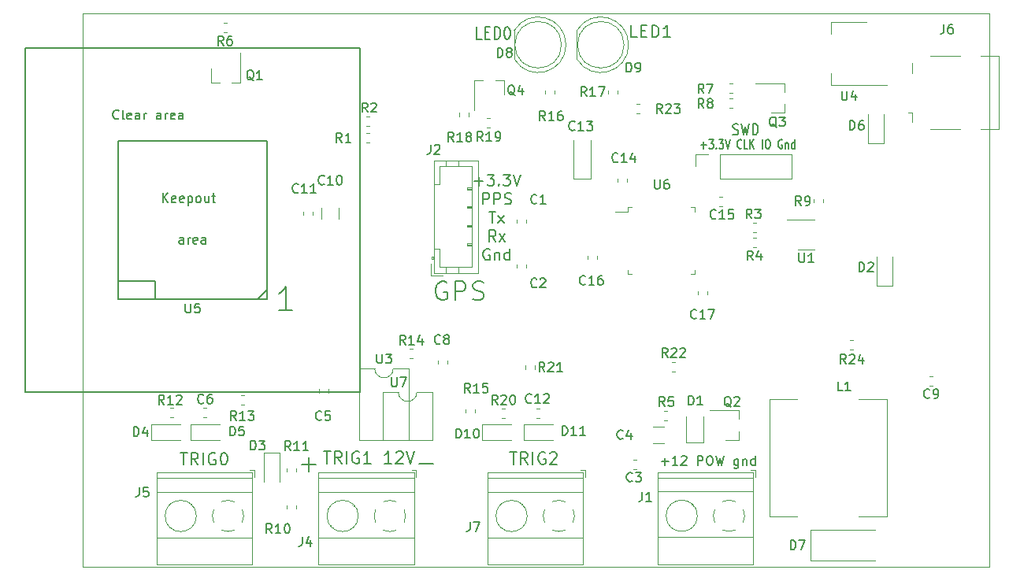
<source format=gbr>
G04 #@! TF.GenerationSoftware,KiCad,Pcbnew,5.1.5*
G04 #@! TF.CreationDate,2020-01-17T21:00:46+03:00*
G04 #@! TF.ProjectId,chrono,6368726f-6e6f-42e6-9b69-6361645f7063,rev?*
G04 #@! TF.SameCoordinates,Original*
G04 #@! TF.FileFunction,Legend,Top*
G04 #@! TF.FilePolarity,Positive*
%FSLAX46Y46*%
G04 Gerber Fmt 4.6, Leading zero omitted, Abs format (unit mm)*
G04 Created by KiCad (PCBNEW 5.1.5) date 2020-01-17 21:00:46*
%MOMM*%
%LPD*%
G04 APERTURE LIST*
%ADD10C,0.150000*%
%ADD11C,0.200000*%
%ADD12C,0.050000*%
%ADD13C,0.120000*%
G04 APERTURE END LIST*
D10*
X69119928Y-102886000D02*
X68929452Y-102790761D01*
X68643738Y-102790761D01*
X68358023Y-102886000D01*
X68167547Y-103076476D01*
X68072309Y-103266952D01*
X67977071Y-103647904D01*
X67977071Y-103933619D01*
X68072309Y-104314571D01*
X68167547Y-104505047D01*
X68358023Y-104695523D01*
X68643738Y-104790761D01*
X68834214Y-104790761D01*
X69119928Y-104695523D01*
X69215166Y-104600285D01*
X69215166Y-103933619D01*
X68834214Y-103933619D01*
X70072309Y-104790761D02*
X70072309Y-102790761D01*
X70834214Y-102790761D01*
X71024690Y-102886000D01*
X71119928Y-102981238D01*
X71215166Y-103171714D01*
X71215166Y-103457428D01*
X71119928Y-103647904D01*
X71024690Y-103743142D01*
X70834214Y-103838380D01*
X70072309Y-103838380D01*
X71977071Y-104695523D02*
X72262785Y-104790761D01*
X72738976Y-104790761D01*
X72929452Y-104695523D01*
X73024690Y-104600285D01*
X73119928Y-104409809D01*
X73119928Y-104219333D01*
X73024690Y-104028857D01*
X72929452Y-103933619D01*
X72738976Y-103838380D01*
X72358023Y-103743142D01*
X72167547Y-103647904D01*
X72072309Y-103552666D01*
X71977071Y-103362190D01*
X71977071Y-103171714D01*
X72072309Y-102981238D01*
X72167547Y-102886000D01*
X72358023Y-102790761D01*
X72834214Y-102790761D01*
X73119928Y-102886000D01*
D11*
X72149000Y-92034214D02*
X73063285Y-92034214D01*
X72606142Y-92491357D02*
X72606142Y-91577071D01*
X73520428Y-91291357D02*
X74263285Y-91291357D01*
X73863285Y-91748500D01*
X74034714Y-91748500D01*
X74149000Y-91805642D01*
X74206142Y-91862785D01*
X74263285Y-91977071D01*
X74263285Y-92262785D01*
X74206142Y-92377071D01*
X74149000Y-92434214D01*
X74034714Y-92491357D01*
X73691857Y-92491357D01*
X73577571Y-92434214D01*
X73520428Y-92377071D01*
X74777571Y-92377071D02*
X74834714Y-92434214D01*
X74777571Y-92491357D01*
X74720428Y-92434214D01*
X74777571Y-92377071D01*
X74777571Y-92491357D01*
X75234714Y-91291357D02*
X75977571Y-91291357D01*
X75577571Y-91748500D01*
X75749000Y-91748500D01*
X75863285Y-91805642D01*
X75920428Y-91862785D01*
X75977571Y-91977071D01*
X75977571Y-92262785D01*
X75920428Y-92377071D01*
X75863285Y-92434214D01*
X75749000Y-92491357D01*
X75406142Y-92491357D01*
X75291857Y-92434214D01*
X75234714Y-92377071D01*
X76320428Y-91291357D02*
X76720428Y-92491357D01*
X77120428Y-91291357D01*
X73063285Y-94491357D02*
X73063285Y-93291357D01*
X73520428Y-93291357D01*
X73634714Y-93348500D01*
X73691857Y-93405642D01*
X73749000Y-93519928D01*
X73749000Y-93691357D01*
X73691857Y-93805642D01*
X73634714Y-93862785D01*
X73520428Y-93919928D01*
X73063285Y-93919928D01*
X74263285Y-94491357D02*
X74263285Y-93291357D01*
X74720428Y-93291357D01*
X74834714Y-93348500D01*
X74891857Y-93405642D01*
X74949000Y-93519928D01*
X74949000Y-93691357D01*
X74891857Y-93805642D01*
X74834714Y-93862785D01*
X74720428Y-93919928D01*
X74263285Y-93919928D01*
X75406142Y-94434214D02*
X75577571Y-94491357D01*
X75863285Y-94491357D01*
X75977571Y-94434214D01*
X76034714Y-94377071D01*
X76091857Y-94262785D01*
X76091857Y-94148500D01*
X76034714Y-94034214D01*
X75977571Y-93977071D01*
X75863285Y-93919928D01*
X75634714Y-93862785D01*
X75520428Y-93805642D01*
X75463285Y-93748500D01*
X75406142Y-93634214D01*
X75406142Y-93519928D01*
X75463285Y-93405642D01*
X75520428Y-93348500D01*
X75634714Y-93291357D01*
X75920428Y-93291357D01*
X76091857Y-93348500D01*
X73720428Y-95291357D02*
X74406142Y-95291357D01*
X74063285Y-96491357D02*
X74063285Y-95291357D01*
X74691857Y-96491357D02*
X75320428Y-95691357D01*
X74691857Y-95691357D02*
X75320428Y-96491357D01*
X74434714Y-98491357D02*
X74034714Y-97919928D01*
X73749000Y-98491357D02*
X73749000Y-97291357D01*
X74206142Y-97291357D01*
X74320428Y-97348500D01*
X74377571Y-97405642D01*
X74434714Y-97519928D01*
X74434714Y-97691357D01*
X74377571Y-97805642D01*
X74320428Y-97862785D01*
X74206142Y-97919928D01*
X73749000Y-97919928D01*
X74834714Y-98491357D02*
X75463285Y-97691357D01*
X74834714Y-97691357D02*
X75463285Y-98491357D01*
X73777571Y-99348500D02*
X73663285Y-99291357D01*
X73491857Y-99291357D01*
X73320428Y-99348500D01*
X73206142Y-99462785D01*
X73149000Y-99577071D01*
X73091857Y-99805642D01*
X73091857Y-99977071D01*
X73149000Y-100205642D01*
X73206142Y-100319928D01*
X73320428Y-100434214D01*
X73491857Y-100491357D01*
X73606142Y-100491357D01*
X73777571Y-100434214D01*
X73834714Y-100377071D01*
X73834714Y-99977071D01*
X73606142Y-99977071D01*
X74349000Y-99691357D02*
X74349000Y-100491357D01*
X74349000Y-99805642D02*
X74406142Y-99748500D01*
X74520428Y-99691357D01*
X74691857Y-99691357D01*
X74806142Y-99748500D01*
X74863285Y-99862785D01*
X74863285Y-100491357D01*
X75949000Y-100491357D02*
X75949000Y-99291357D01*
X75949000Y-100434214D02*
X75834714Y-100491357D01*
X75606142Y-100491357D01*
X75491857Y-100434214D01*
X75434714Y-100377071D01*
X75377571Y-100262785D01*
X75377571Y-99919928D01*
X75434714Y-99805642D01*
X75491857Y-99748500D01*
X75606142Y-99691357D01*
X75834714Y-99691357D01*
X75949000Y-99748500D01*
D10*
X92234380Y-122181928D02*
X92996285Y-122181928D01*
X92615333Y-122562880D02*
X92615333Y-121800976D01*
X93996285Y-122562880D02*
X93424857Y-122562880D01*
X93710571Y-122562880D02*
X93710571Y-121562880D01*
X93615333Y-121705738D01*
X93520095Y-121800976D01*
X93424857Y-121848595D01*
X94377238Y-121658119D02*
X94424857Y-121610500D01*
X94520095Y-121562880D01*
X94758190Y-121562880D01*
X94853428Y-121610500D01*
X94901047Y-121658119D01*
X94948666Y-121753357D01*
X94948666Y-121848595D01*
X94901047Y-121991452D01*
X94329619Y-122562880D01*
X94948666Y-122562880D01*
X96139142Y-122562880D02*
X96139142Y-121562880D01*
X96520095Y-121562880D01*
X96615333Y-121610500D01*
X96662952Y-121658119D01*
X96710571Y-121753357D01*
X96710571Y-121896214D01*
X96662952Y-121991452D01*
X96615333Y-122039071D01*
X96520095Y-122086690D01*
X96139142Y-122086690D01*
X97329619Y-121562880D02*
X97520095Y-121562880D01*
X97615333Y-121610500D01*
X97710571Y-121705738D01*
X97758190Y-121896214D01*
X97758190Y-122229547D01*
X97710571Y-122420023D01*
X97615333Y-122515261D01*
X97520095Y-122562880D01*
X97329619Y-122562880D01*
X97234380Y-122515261D01*
X97139142Y-122420023D01*
X97091523Y-122229547D01*
X97091523Y-121896214D01*
X97139142Y-121705738D01*
X97234380Y-121610500D01*
X97329619Y-121562880D01*
X98091523Y-121562880D02*
X98329619Y-122562880D01*
X98520095Y-121848595D01*
X98710571Y-122562880D01*
X98948666Y-121562880D01*
X100520095Y-121896214D02*
X100520095Y-122705738D01*
X100472476Y-122800976D01*
X100424857Y-122848595D01*
X100329619Y-122896214D01*
X100186761Y-122896214D01*
X100091523Y-122848595D01*
X100520095Y-122515261D02*
X100424857Y-122562880D01*
X100234380Y-122562880D01*
X100139142Y-122515261D01*
X100091523Y-122467642D01*
X100043904Y-122372404D01*
X100043904Y-122086690D01*
X100091523Y-121991452D01*
X100139142Y-121943833D01*
X100234380Y-121896214D01*
X100424857Y-121896214D01*
X100520095Y-121943833D01*
X100996285Y-121896214D02*
X100996285Y-122562880D01*
X100996285Y-121991452D02*
X101043904Y-121943833D01*
X101139142Y-121896214D01*
X101282000Y-121896214D01*
X101377238Y-121943833D01*
X101424857Y-122039071D01*
X101424857Y-122562880D01*
X102329619Y-122562880D02*
X102329619Y-121562880D01*
X102329619Y-122515261D02*
X102234380Y-122562880D01*
X102043904Y-122562880D01*
X101948666Y-122515261D01*
X101901047Y-122467642D01*
X101853428Y-122372404D01*
X101853428Y-122086690D01*
X101901047Y-121991452D01*
X101948666Y-121943833D01*
X102043904Y-121896214D01*
X102234380Y-121896214D01*
X102329619Y-121943833D01*
X66167095Y-122380357D02*
X67690904Y-122380357D01*
X53594095Y-122443857D02*
X55117904Y-122443857D01*
X54356000Y-123205761D02*
X54356000Y-121681952D01*
X55942523Y-121081095D02*
X56685380Y-121081095D01*
X56313952Y-122381095D02*
X56313952Y-121081095D01*
X57861571Y-122381095D02*
X57428238Y-121762047D01*
X57118714Y-122381095D02*
X57118714Y-121081095D01*
X57613952Y-121081095D01*
X57737761Y-121143000D01*
X57799666Y-121204904D01*
X57861571Y-121328714D01*
X57861571Y-121514428D01*
X57799666Y-121638238D01*
X57737761Y-121700142D01*
X57613952Y-121762047D01*
X57118714Y-121762047D01*
X58418714Y-122381095D02*
X58418714Y-121081095D01*
X59718714Y-121143000D02*
X59594904Y-121081095D01*
X59409190Y-121081095D01*
X59223476Y-121143000D01*
X59099666Y-121266809D01*
X59037761Y-121390619D01*
X58975857Y-121638238D01*
X58975857Y-121823952D01*
X59037761Y-122071571D01*
X59099666Y-122195380D01*
X59223476Y-122319190D01*
X59409190Y-122381095D01*
X59533000Y-122381095D01*
X59718714Y-122319190D01*
X59780619Y-122257285D01*
X59780619Y-121823952D01*
X59533000Y-121823952D01*
X61018714Y-122381095D02*
X60275857Y-122381095D01*
X60647285Y-122381095D02*
X60647285Y-121081095D01*
X60523476Y-121266809D01*
X60399666Y-121390619D01*
X60275857Y-121452523D01*
X63247285Y-122381095D02*
X62504428Y-122381095D01*
X62875857Y-122381095D02*
X62875857Y-121081095D01*
X62752047Y-121266809D01*
X62628238Y-121390619D01*
X62504428Y-121452523D01*
X63742523Y-121204904D02*
X63804428Y-121143000D01*
X63928238Y-121081095D01*
X64237761Y-121081095D01*
X64361571Y-121143000D01*
X64423476Y-121204904D01*
X64485380Y-121328714D01*
X64485380Y-121452523D01*
X64423476Y-121638238D01*
X63680619Y-122381095D01*
X64485380Y-122381095D01*
X64856809Y-121081095D02*
X65290142Y-122381095D01*
X65723476Y-121081095D01*
X75949500Y-121144595D02*
X76692357Y-121144595D01*
X76320928Y-122444595D02*
X76320928Y-121144595D01*
X77868547Y-122444595D02*
X77435214Y-121825547D01*
X77125690Y-122444595D02*
X77125690Y-121144595D01*
X77620928Y-121144595D01*
X77744738Y-121206500D01*
X77806642Y-121268404D01*
X77868547Y-121392214D01*
X77868547Y-121577928D01*
X77806642Y-121701738D01*
X77744738Y-121763642D01*
X77620928Y-121825547D01*
X77125690Y-121825547D01*
X78425690Y-122444595D02*
X78425690Y-121144595D01*
X79725690Y-121206500D02*
X79601880Y-121144595D01*
X79416166Y-121144595D01*
X79230452Y-121206500D01*
X79106642Y-121330309D01*
X79044738Y-121454119D01*
X78982833Y-121701738D01*
X78982833Y-121887452D01*
X79044738Y-122135071D01*
X79106642Y-122258880D01*
X79230452Y-122382690D01*
X79416166Y-122444595D01*
X79539976Y-122444595D01*
X79725690Y-122382690D01*
X79787595Y-122320785D01*
X79787595Y-121887452D01*
X79539976Y-121887452D01*
X80282833Y-121268404D02*
X80344738Y-121206500D01*
X80468547Y-121144595D01*
X80778071Y-121144595D01*
X80901880Y-121206500D01*
X80963785Y-121268404D01*
X81025690Y-121392214D01*
X81025690Y-121516023D01*
X80963785Y-121701738D01*
X80220928Y-122444595D01*
X81025690Y-122444595D01*
X40516500Y-121208095D02*
X41259357Y-121208095D01*
X40887928Y-122508095D02*
X40887928Y-121208095D01*
X42435547Y-122508095D02*
X42002214Y-121889047D01*
X41692690Y-122508095D02*
X41692690Y-121208095D01*
X42187928Y-121208095D01*
X42311738Y-121270000D01*
X42373642Y-121331904D01*
X42435547Y-121455714D01*
X42435547Y-121641428D01*
X42373642Y-121765238D01*
X42311738Y-121827142D01*
X42187928Y-121889047D01*
X41692690Y-121889047D01*
X42992690Y-122508095D02*
X42992690Y-121208095D01*
X44292690Y-121270000D02*
X44168880Y-121208095D01*
X43983166Y-121208095D01*
X43797452Y-121270000D01*
X43673642Y-121393809D01*
X43611738Y-121517619D01*
X43549833Y-121765238D01*
X43549833Y-121950952D01*
X43611738Y-122198571D01*
X43673642Y-122322380D01*
X43797452Y-122446190D01*
X43983166Y-122508095D01*
X44106976Y-122508095D01*
X44292690Y-122446190D01*
X44354595Y-122384285D01*
X44354595Y-121950952D01*
X44106976Y-121950952D01*
X45159357Y-121208095D02*
X45283166Y-121208095D01*
X45406976Y-121270000D01*
X45468880Y-121331904D01*
X45530785Y-121455714D01*
X45592690Y-121703333D01*
X45592690Y-122012857D01*
X45530785Y-122260476D01*
X45468880Y-122384285D01*
X45406976Y-122446190D01*
X45283166Y-122508095D01*
X45159357Y-122508095D01*
X45035547Y-122446190D01*
X44973642Y-122384285D01*
X44911738Y-122260476D01*
X44849833Y-122012857D01*
X44849833Y-121703333D01*
X44911738Y-121455714D01*
X44973642Y-121331904D01*
X45035547Y-121270000D01*
X45159357Y-121208095D01*
D12*
X30000000Y-74000000D02*
X30000000Y-133500000D01*
X127500000Y-133500000D02*
X30000000Y-133500000D01*
X127500000Y-74000000D02*
X127500000Y-133500000D01*
X30000000Y-74000000D02*
X127500000Y-74000000D01*
D10*
X99925357Y-86972714D02*
X100068214Y-87029857D01*
X100306309Y-87029857D01*
X100401547Y-86972714D01*
X100449166Y-86915571D01*
X100496785Y-86801285D01*
X100496785Y-86687000D01*
X100449166Y-86572714D01*
X100401547Y-86515571D01*
X100306309Y-86458428D01*
X100115833Y-86401285D01*
X100020595Y-86344142D01*
X99972976Y-86287000D01*
X99925357Y-86172714D01*
X99925357Y-86058428D01*
X99972976Y-85944142D01*
X100020595Y-85887000D01*
X100115833Y-85829857D01*
X100353928Y-85829857D01*
X100496785Y-85887000D01*
X100830119Y-85829857D02*
X101068214Y-87029857D01*
X101258690Y-86172714D01*
X101449166Y-87029857D01*
X101687261Y-85829857D01*
X102068214Y-87029857D02*
X102068214Y-85829857D01*
X102306309Y-85829857D01*
X102449166Y-85887000D01*
X102544404Y-86001285D01*
X102592023Y-86115571D01*
X102639642Y-86344142D01*
X102639642Y-86515571D01*
X102592023Y-86744142D01*
X102544404Y-86858428D01*
X102449166Y-86972714D01*
X102306309Y-87029857D01*
X102068214Y-87029857D01*
X96500785Y-88145928D02*
X97072214Y-88145928D01*
X96786500Y-88526880D02*
X96786500Y-87764976D01*
X97357928Y-87526880D02*
X97822214Y-87526880D01*
X97572214Y-87907833D01*
X97679357Y-87907833D01*
X97750785Y-87955452D01*
X97786500Y-88003071D01*
X97822214Y-88098309D01*
X97822214Y-88336404D01*
X97786500Y-88431642D01*
X97750785Y-88479261D01*
X97679357Y-88526880D01*
X97465071Y-88526880D01*
X97393642Y-88479261D01*
X97357928Y-88431642D01*
X98143642Y-88431642D02*
X98179357Y-88479261D01*
X98143642Y-88526880D01*
X98107928Y-88479261D01*
X98143642Y-88431642D01*
X98143642Y-88526880D01*
X98429357Y-87526880D02*
X98893642Y-87526880D01*
X98643642Y-87907833D01*
X98750785Y-87907833D01*
X98822214Y-87955452D01*
X98857928Y-88003071D01*
X98893642Y-88098309D01*
X98893642Y-88336404D01*
X98857928Y-88431642D01*
X98822214Y-88479261D01*
X98750785Y-88526880D01*
X98536500Y-88526880D01*
X98465071Y-88479261D01*
X98429357Y-88431642D01*
X99107928Y-87526880D02*
X99357928Y-88526880D01*
X99607928Y-87526880D01*
X100857928Y-88431642D02*
X100822214Y-88479261D01*
X100715071Y-88526880D01*
X100643642Y-88526880D01*
X100536500Y-88479261D01*
X100465071Y-88384023D01*
X100429357Y-88288785D01*
X100393642Y-88098309D01*
X100393642Y-87955452D01*
X100429357Y-87764976D01*
X100465071Y-87669738D01*
X100536500Y-87574500D01*
X100643642Y-87526880D01*
X100715071Y-87526880D01*
X100822214Y-87574500D01*
X100857928Y-87622119D01*
X101536500Y-88526880D02*
X101179357Y-88526880D01*
X101179357Y-87526880D01*
X101786500Y-88526880D02*
X101786500Y-87526880D01*
X102215071Y-88526880D02*
X101893642Y-87955452D01*
X102215071Y-87526880D02*
X101786500Y-88098309D01*
X103107928Y-88526880D02*
X103107928Y-87526880D01*
X103607928Y-87526880D02*
X103750785Y-87526880D01*
X103822214Y-87574500D01*
X103893642Y-87669738D01*
X103929357Y-87860214D01*
X103929357Y-88193547D01*
X103893642Y-88384023D01*
X103822214Y-88479261D01*
X103750785Y-88526880D01*
X103607928Y-88526880D01*
X103536500Y-88479261D01*
X103465071Y-88384023D01*
X103429357Y-88193547D01*
X103429357Y-87860214D01*
X103465071Y-87669738D01*
X103536500Y-87574500D01*
X103607928Y-87526880D01*
X105215071Y-87574500D02*
X105143642Y-87526880D01*
X105036500Y-87526880D01*
X104929357Y-87574500D01*
X104857928Y-87669738D01*
X104822214Y-87764976D01*
X104786500Y-87955452D01*
X104786500Y-88098309D01*
X104822214Y-88288785D01*
X104857928Y-88384023D01*
X104929357Y-88479261D01*
X105036500Y-88526880D01*
X105107928Y-88526880D01*
X105215071Y-88479261D01*
X105250785Y-88431642D01*
X105250785Y-88098309D01*
X105107928Y-88098309D01*
X105572214Y-87860214D02*
X105572214Y-88526880D01*
X105572214Y-87955452D02*
X105607928Y-87907833D01*
X105679357Y-87860214D01*
X105786500Y-87860214D01*
X105857928Y-87907833D01*
X105893642Y-88003071D01*
X105893642Y-88526880D01*
X106572214Y-88526880D02*
X106572214Y-87526880D01*
X106572214Y-88479261D02*
X106500785Y-88526880D01*
X106357928Y-88526880D01*
X106286500Y-88479261D01*
X106250785Y-88431642D01*
X106215071Y-88336404D01*
X106215071Y-88050690D01*
X106250785Y-87955452D01*
X106286500Y-87907833D01*
X106357928Y-87860214D01*
X106500785Y-87860214D01*
X106572214Y-87907833D01*
X89604238Y-76534095D02*
X88985190Y-76534095D01*
X88985190Y-75234095D01*
X90037571Y-75853142D02*
X90470904Y-75853142D01*
X90656619Y-76534095D02*
X90037571Y-76534095D01*
X90037571Y-75234095D01*
X90656619Y-75234095D01*
X91213761Y-76534095D02*
X91213761Y-75234095D01*
X91523285Y-75234095D01*
X91709000Y-75296000D01*
X91832809Y-75419809D01*
X91894714Y-75543619D01*
X91956619Y-75791238D01*
X91956619Y-75976952D01*
X91894714Y-76224571D01*
X91832809Y-76348380D01*
X91709000Y-76472190D01*
X91523285Y-76534095D01*
X91213761Y-76534095D01*
X93194714Y-76534095D02*
X92451857Y-76534095D01*
X92823285Y-76534095D02*
X92823285Y-75234095D01*
X92699476Y-75419809D01*
X92575666Y-75543619D01*
X92451857Y-75605523D01*
X72937047Y-76724595D02*
X72413238Y-76724595D01*
X72413238Y-75424595D01*
X73303714Y-76043642D02*
X73670380Y-76043642D01*
X73827523Y-76724595D02*
X73303714Y-76724595D01*
X73303714Y-75424595D01*
X73827523Y-75424595D01*
X74298952Y-76724595D02*
X74298952Y-75424595D01*
X74560857Y-75424595D01*
X74718000Y-75486500D01*
X74822761Y-75610309D01*
X74875142Y-75734119D01*
X74927523Y-75981738D01*
X74927523Y-76167452D01*
X74875142Y-76415071D01*
X74822761Y-76538880D01*
X74718000Y-76662690D01*
X74560857Y-76724595D01*
X74298952Y-76724595D01*
X75608476Y-75424595D02*
X75713238Y-75424595D01*
X75818000Y-75486500D01*
X75870380Y-75548404D01*
X75922761Y-75672214D01*
X75975142Y-75919833D01*
X75975142Y-76229357D01*
X75922761Y-76476976D01*
X75870380Y-76600785D01*
X75818000Y-76662690D01*
X75713238Y-76724595D01*
X75608476Y-76724595D01*
X75503714Y-76662690D01*
X75451333Y-76600785D01*
X75398952Y-76476976D01*
X75346571Y-76229357D01*
X75346571Y-75919833D01*
X75398952Y-75672214D01*
X75451333Y-75548404D01*
X75503714Y-75486500D01*
X75608476Y-75424595D01*
D13*
X85346000Y-100045733D02*
X85346000Y-100388267D01*
X84326000Y-100045733D02*
X84326000Y-100388267D01*
D10*
X59846500Y-77727000D02*
X23846500Y-77727000D01*
X59846500Y-114727000D02*
X59846500Y-77727000D01*
X23846500Y-114727000D02*
X59846500Y-114727000D01*
X23846500Y-77727000D02*
X23846500Y-114727000D01*
X49846500Y-103727000D02*
X48846500Y-104727000D01*
X37846500Y-102727000D02*
X33846500Y-102727000D01*
X37846500Y-104727000D02*
X37846500Y-102727000D01*
X49846500Y-87727000D02*
X33846500Y-87727000D01*
X49846500Y-104727000D02*
X49846500Y-87727000D01*
X33846500Y-104727000D02*
X49846500Y-104727000D01*
X33846500Y-87727000D02*
X33846500Y-104727000D01*
D13*
X93378233Y-112460500D02*
X93720767Y-112460500D01*
X93378233Y-111440500D02*
X93720767Y-111440500D01*
X96137000Y-104170267D02*
X96137000Y-103827733D01*
X97157000Y-104170267D02*
X97157000Y-103827733D01*
X89529767Y-123001500D02*
X89187233Y-123001500D01*
X89529767Y-121981500D02*
X89187233Y-121981500D01*
X69217000Y-111663267D02*
X69217000Y-111320733D01*
X68197000Y-111663267D02*
X68197000Y-111320733D01*
X53782500Y-95611767D02*
X53782500Y-95269233D01*
X54802500Y-95611767D02*
X54802500Y-95269233D01*
X78822733Y-116457000D02*
X79165267Y-116457000D01*
X78822733Y-117477000D02*
X79165267Y-117477000D01*
X88521000Y-91727233D02*
X88521000Y-92069767D01*
X87501000Y-91727233D02*
X87501000Y-92069767D01*
X98800767Y-93660500D02*
X98458233Y-93660500D01*
X98800767Y-94680500D02*
X98458233Y-94680500D01*
X94861500Y-117291500D02*
X94861500Y-120151500D01*
X94861500Y-120151500D02*
X96781500Y-120151500D01*
X96781500Y-120151500D02*
X96781500Y-117291500D01*
X102348000Y-123100000D02*
X101848000Y-123100000D01*
X102348000Y-123840000D02*
X102348000Y-123100000D01*
X95655000Y-126977000D02*
X95702000Y-126931000D01*
X93358000Y-129275000D02*
X93393000Y-129239000D01*
X95462000Y-126761000D02*
X95497000Y-126726000D01*
X93153000Y-129069000D02*
X93200000Y-129023000D01*
X91828000Y-133261000D02*
X91828000Y-123340000D01*
X102108000Y-133261000D02*
X102108000Y-123340000D01*
X102108000Y-123340000D02*
X91828000Y-123340000D01*
X102108000Y-133261000D02*
X91828000Y-133261000D01*
X102108000Y-130301000D02*
X91828000Y-130301000D01*
X102108000Y-125400000D02*
X91828000Y-125400000D01*
X102108000Y-123900000D02*
X91828000Y-123900000D01*
X96108000Y-128000000D02*
G75*
G03X96108000Y-128000000I-1680000J0D01*
G01*
X99479195Y-126319747D02*
G75*
G02X100192000Y-126465000I28805J-1680253D01*
G01*
X101043426Y-127316958D02*
G75*
G02X101043000Y-128684000I-1535426J-683042D01*
G01*
X100191042Y-129535426D02*
G75*
G02X98824000Y-129535000I-683042J1535426D01*
G01*
X97972574Y-128683042D02*
G75*
G02X97973000Y-127316000I1535426J683042D01*
G01*
X98824682Y-126465244D02*
G75*
G02X99508000Y-126320000I683318J-1534756D01*
G01*
X44973182Y-126481244D02*
G75*
G02X45656500Y-126336000I683318J-1534756D01*
G01*
X44121074Y-128699042D02*
G75*
G02X44121500Y-127332000I1535426J683042D01*
G01*
X46339542Y-129551426D02*
G75*
G02X44972500Y-129551000I-683042J1535426D01*
G01*
X47191926Y-127332958D02*
G75*
G02X47191500Y-128700000I-1535426J-683042D01*
G01*
X45627695Y-126335747D02*
G75*
G02X46340500Y-126481000I28805J-1680253D01*
G01*
X42256500Y-128016000D02*
G75*
G03X42256500Y-128016000I-1680000J0D01*
G01*
X48256500Y-123916000D02*
X37976500Y-123916000D01*
X48256500Y-125416000D02*
X37976500Y-125416000D01*
X48256500Y-130317000D02*
X37976500Y-130317000D01*
X48256500Y-133277000D02*
X37976500Y-133277000D01*
X48256500Y-123356000D02*
X37976500Y-123356000D01*
X48256500Y-133277000D02*
X48256500Y-123356000D01*
X37976500Y-133277000D02*
X37976500Y-123356000D01*
X39301500Y-129085000D02*
X39348500Y-129039000D01*
X41610500Y-126777000D02*
X41645500Y-126742000D01*
X39506500Y-129291000D02*
X39541500Y-129255000D01*
X41803500Y-126993000D02*
X41850500Y-126947000D01*
X48496500Y-123856000D02*
X48496500Y-123116000D01*
X48496500Y-123116000D02*
X47996500Y-123116000D01*
X106872500Y-128096000D02*
X103872500Y-128096000D01*
X103872500Y-128096000D02*
X103872500Y-115496000D01*
X103872500Y-115496000D02*
X106872500Y-115496000D01*
X113472500Y-115496000D02*
X116472500Y-115496000D01*
X116472500Y-115496000D02*
X116472500Y-128096000D01*
X116472500Y-128096000D02*
X113472500Y-128096000D01*
X60891267Y-86866000D02*
X60548733Y-86866000D01*
X60891267Y-87886000D02*
X60548733Y-87886000D01*
X102420267Y-97474500D02*
X102077733Y-97474500D01*
X102420267Y-96454500D02*
X102077733Y-96454500D01*
X102420267Y-98105500D02*
X102077733Y-98105500D01*
X102420267Y-99125500D02*
X102077733Y-99125500D01*
X92552733Y-117731000D02*
X92895267Y-117731000D01*
X92552733Y-116711000D02*
X92895267Y-116711000D01*
X45524267Y-76011500D02*
X45181733Y-76011500D01*
X45524267Y-74991500D02*
X45181733Y-74991500D01*
X99573233Y-83119500D02*
X99915767Y-83119500D01*
X99573233Y-84139500D02*
X99915767Y-84139500D01*
X109666500Y-93921733D02*
X109666500Y-94264267D01*
X108646500Y-93921733D02*
X108646500Y-94264267D01*
X47023233Y-116080000D02*
X47365767Y-116080000D01*
X47023233Y-115060000D02*
X47365767Y-115060000D01*
X70483000Y-84678733D02*
X70483000Y-85021267D01*
X71503000Y-84678733D02*
X71503000Y-85021267D01*
X106906500Y-99400000D02*
X108706500Y-99400000D01*
X108706500Y-96180000D02*
X105756500Y-96180000D01*
X110485000Y-74885500D02*
X110485000Y-76145500D01*
X110485000Y-81705500D02*
X110485000Y-80445500D01*
X114245000Y-74885500D02*
X110485000Y-74885500D01*
X116495000Y-81705500D02*
X110485000Y-81705500D01*
X60485233Y-86108000D02*
X60827767Y-86108000D01*
X60485233Y-85088000D02*
X60827767Y-85088000D01*
X77595000Y-112199267D02*
X77595000Y-111856733D01*
X78615000Y-112199267D02*
X78615000Y-111856733D01*
X51941000Y-127220767D02*
X51941000Y-126878233D01*
X52961000Y-127220767D02*
X52961000Y-126878233D01*
X51941000Y-122941233D02*
X51941000Y-123283767D01*
X52961000Y-122941233D02*
X52961000Y-123283767D01*
X39781267Y-117413500D02*
X39438733Y-117413500D01*
X39781267Y-116393500D02*
X39438733Y-116393500D01*
X65184233Y-111063500D02*
X65526767Y-111063500D01*
X65184233Y-110043500D02*
X65526767Y-110043500D01*
X72201500Y-116870267D02*
X72201500Y-116527733D01*
X71181500Y-116870267D02*
X71181500Y-116527733D01*
X80774000Y-82265733D02*
X80774000Y-82608267D01*
X79754000Y-82265733D02*
X79754000Y-82608267D01*
X86485000Y-82265733D02*
X86485000Y-82608267D01*
X87505000Y-82265733D02*
X87505000Y-82608267D01*
X73502733Y-85215000D02*
X73845267Y-85215000D01*
X73502733Y-86235000D02*
X73845267Y-86235000D01*
X75432767Y-117477000D02*
X75090233Y-117477000D01*
X75432767Y-116457000D02*
X75090233Y-116457000D01*
X77726000Y-96144233D02*
X77726000Y-96486767D01*
X76706000Y-96144233D02*
X76706000Y-96486767D01*
X72986500Y-118149000D02*
X76136500Y-118149000D01*
X72986500Y-119849000D02*
X76136500Y-119849000D01*
X72986500Y-118149000D02*
X72986500Y-119849000D01*
X77455000Y-118149000D02*
X77455000Y-119849000D01*
X77455000Y-119849000D02*
X80605000Y-119849000D01*
X77455000Y-118149000D02*
X80605000Y-118149000D01*
X99915767Y-82552000D02*
X99573233Y-82552000D01*
X99915767Y-81532000D02*
X99573233Y-81532000D01*
X89910767Y-83691000D02*
X89568233Y-83691000D01*
X89910767Y-84711000D02*
X89568233Y-84711000D01*
X112541233Y-109091000D02*
X112883767Y-109091000D01*
X112541233Y-110111000D02*
X112883767Y-110111000D01*
X76706000Y-101340767D02*
X76706000Y-100998233D01*
X77726000Y-101340767D02*
X77726000Y-100998233D01*
X55433500Y-114739267D02*
X55433500Y-114396733D01*
X56453500Y-114739267D02*
X56453500Y-114396733D01*
X43022733Y-117413500D02*
X43365267Y-117413500D01*
X43022733Y-116393500D02*
X43365267Y-116393500D01*
X121406767Y-112964500D02*
X121064233Y-112964500D01*
X121406767Y-113984500D02*
X121064233Y-113984500D01*
X55732000Y-96069564D02*
X55732000Y-94865436D01*
X57552000Y-96069564D02*
X57552000Y-94865436D01*
X82821500Y-87640500D02*
X82821500Y-91725500D01*
X82821500Y-91725500D02*
X84691500Y-91725500D01*
X84691500Y-91725500D02*
X84691500Y-87640500D01*
X51205500Y-121206500D02*
X49505500Y-121206500D01*
X49505500Y-121206500D02*
X49505500Y-124356500D01*
X51205500Y-121206500D02*
X51205500Y-124356500D01*
X37386500Y-118149000D02*
X37386500Y-119849000D01*
X37386500Y-119849000D02*
X40536500Y-119849000D01*
X37386500Y-118149000D02*
X40536500Y-118149000D01*
X41641000Y-118149000D02*
X44791000Y-118149000D01*
X41641000Y-119849000D02*
X44791000Y-119849000D01*
X41641000Y-118149000D02*
X41641000Y-119849000D01*
X108289000Y-129477500D02*
X108289000Y-132777500D01*
X108289000Y-132777500D02*
X115189000Y-132777500D01*
X108289000Y-129477500D02*
X115189000Y-129477500D01*
X76434000Y-75798000D02*
X76434000Y-78888000D01*
X81494000Y-77343000D02*
G75*
G03X81494000Y-77343000I-2500000J0D01*
G01*
X81984000Y-77342538D02*
G75*
G02X76434000Y-78887830I-2990000J-462D01*
G01*
X81984000Y-77343462D02*
G75*
G03X76434000Y-75798170I-2990000J462D01*
G01*
X88715000Y-77343462D02*
G75*
G03X83165000Y-75798170I-2990000J462D01*
G01*
X88715000Y-77342538D02*
G75*
G02X83165000Y-78887830I-2990000J-462D01*
G01*
X88225000Y-77343000D02*
G75*
G03X88225000Y-77343000I-2500000J0D01*
G01*
X83165000Y-75798000D02*
X83165000Y-78888000D01*
X67786000Y-101882000D02*
X72506000Y-101882000D01*
X72506000Y-101882000D02*
X72506000Y-89762000D01*
X72506000Y-89762000D02*
X67786000Y-89762000D01*
X67786000Y-89762000D02*
X67786000Y-101882000D01*
X67786000Y-100122000D02*
X67586000Y-100122000D01*
X67586000Y-100122000D02*
X67586000Y-100422000D01*
X67586000Y-100422000D02*
X67786000Y-100422000D01*
X67686000Y-100122000D02*
X67686000Y-100422000D01*
X67786000Y-99322000D02*
X68396000Y-99322000D01*
X68396000Y-99322000D02*
X68396000Y-101272000D01*
X68396000Y-101272000D02*
X71896000Y-101272000D01*
X71896000Y-101272000D02*
X71896000Y-90372000D01*
X71896000Y-90372000D02*
X68396000Y-90372000D01*
X68396000Y-90372000D02*
X68396000Y-92322000D01*
X68396000Y-92322000D02*
X67786000Y-92322000D01*
X69096000Y-101882000D02*
X69096000Y-101272000D01*
X70396000Y-101882000D02*
X70396000Y-101272000D01*
X69096000Y-89762000D02*
X69096000Y-90372000D01*
X70396000Y-89762000D02*
X70396000Y-90372000D01*
X71896000Y-98922000D02*
X71396000Y-98922000D01*
X71396000Y-98922000D02*
X71396000Y-98722000D01*
X71396000Y-98722000D02*
X71896000Y-98722000D01*
X71896000Y-98822000D02*
X71396000Y-98822000D01*
X71896000Y-96922000D02*
X71396000Y-96922000D01*
X71396000Y-96922000D02*
X71396000Y-96722000D01*
X71396000Y-96722000D02*
X71896000Y-96722000D01*
X71896000Y-96822000D02*
X71396000Y-96822000D01*
X71896000Y-94922000D02*
X71396000Y-94922000D01*
X71396000Y-94922000D02*
X71396000Y-94722000D01*
X71396000Y-94722000D02*
X71896000Y-94722000D01*
X71896000Y-94822000D02*
X71396000Y-94822000D01*
X71896000Y-92922000D02*
X71396000Y-92922000D01*
X71396000Y-92922000D02*
X71396000Y-92722000D01*
X71396000Y-92722000D02*
X71896000Y-92722000D01*
X71896000Y-92822000D02*
X71396000Y-92822000D01*
X67486000Y-100932000D02*
X67486000Y-102182000D01*
X67486000Y-102182000D02*
X68736000Y-102182000D01*
X65895500Y-123116000D02*
X65395500Y-123116000D01*
X65895500Y-123856000D02*
X65895500Y-123116000D01*
X59202500Y-126993000D02*
X59249500Y-126947000D01*
X56905500Y-129291000D02*
X56940500Y-129255000D01*
X59009500Y-126777000D02*
X59044500Y-126742000D01*
X56700500Y-129085000D02*
X56747500Y-129039000D01*
X55375500Y-133277000D02*
X55375500Y-123356000D01*
X65655500Y-133277000D02*
X65655500Y-123356000D01*
X65655500Y-123356000D02*
X55375500Y-123356000D01*
X65655500Y-133277000D02*
X55375500Y-133277000D01*
X65655500Y-130317000D02*
X55375500Y-130317000D01*
X65655500Y-125416000D02*
X55375500Y-125416000D01*
X65655500Y-123916000D02*
X55375500Y-123916000D01*
X59655500Y-128016000D02*
G75*
G03X59655500Y-128016000I-1680000J0D01*
G01*
X63026695Y-126335747D02*
G75*
G02X63739500Y-126481000I28805J-1680253D01*
G01*
X64590926Y-127332958D02*
G75*
G02X64590500Y-128700000I-1535426J-683042D01*
G01*
X63738542Y-129551426D02*
G75*
G02X62371500Y-129551000I-683042J1535426D01*
G01*
X61520074Y-128699042D02*
G75*
G02X61520500Y-127332000I1535426J683042D01*
G01*
X62372182Y-126481244D02*
G75*
G02X63055500Y-126336000I683318J-1534756D01*
G01*
X128528500Y-78576500D02*
X128528500Y-86396500D01*
X119208500Y-84596500D02*
X118778500Y-84596500D01*
X128528500Y-78576500D02*
X126578500Y-78576500D01*
X124358500Y-78576500D02*
X121128500Y-78576500D01*
X119208500Y-80376500D02*
X119208500Y-79296500D01*
X119208500Y-85676500D02*
X119208500Y-84596500D01*
X124358500Y-86396500D02*
X121128500Y-86396500D01*
X128528500Y-86396500D02*
X126578500Y-86396500D01*
X80533182Y-126481244D02*
G75*
G02X81216500Y-126336000I683318J-1534756D01*
G01*
X79681074Y-128699042D02*
G75*
G02X79681500Y-127332000I1535426J683042D01*
G01*
X81899542Y-129551426D02*
G75*
G02X80532500Y-129551000I-683042J1535426D01*
G01*
X82751926Y-127332958D02*
G75*
G02X82751500Y-128700000I-1535426J-683042D01*
G01*
X81187695Y-126335747D02*
G75*
G02X81900500Y-126481000I28805J-1680253D01*
G01*
X77816500Y-128016000D02*
G75*
G03X77816500Y-128016000I-1680000J0D01*
G01*
X83816500Y-123916000D02*
X73536500Y-123916000D01*
X83816500Y-125416000D02*
X73536500Y-125416000D01*
X83816500Y-130317000D02*
X73536500Y-130317000D01*
X83816500Y-133277000D02*
X73536500Y-133277000D01*
X83816500Y-123356000D02*
X73536500Y-123356000D01*
X83816500Y-133277000D02*
X83816500Y-123356000D01*
X73536500Y-133277000D02*
X73536500Y-123356000D01*
X74861500Y-129085000D02*
X74908500Y-129039000D01*
X77170500Y-126777000D02*
X77205500Y-126742000D01*
X75066500Y-129291000D02*
X75101500Y-129255000D01*
X77363500Y-126993000D02*
X77410500Y-126947000D01*
X84056500Y-123856000D02*
X84056500Y-123116000D01*
X84056500Y-123116000D02*
X83556500Y-123116000D01*
X98552000Y-91754000D02*
X98552000Y-89094000D01*
X98552000Y-91754000D02*
X106232000Y-91754000D01*
X106232000Y-91754000D02*
X106232000Y-89094000D01*
X98552000Y-89094000D02*
X106232000Y-89094000D01*
X95952000Y-89094000D02*
X97282000Y-89094000D01*
X95952000Y-90424000D02*
X95952000Y-89094000D01*
X63420500Y-112144500D02*
G75*
G02X61420500Y-112144500I-1000000J0D01*
G01*
X61420500Y-112144500D02*
X59770500Y-112144500D01*
X59770500Y-112144500D02*
X59770500Y-119884500D01*
X59770500Y-119884500D02*
X65070500Y-119884500D01*
X65070500Y-119884500D02*
X65070500Y-112144500D01*
X65070500Y-112144500D02*
X63420500Y-112144500D01*
X95362000Y-102035000D02*
X95812000Y-102035000D01*
X95812000Y-102035000D02*
X95812000Y-101585000D01*
X89042000Y-102035000D02*
X88592000Y-102035000D01*
X88592000Y-102035000D02*
X88592000Y-101585000D01*
X95362000Y-94815000D02*
X95812000Y-94815000D01*
X95812000Y-94815000D02*
X95812000Y-95265000D01*
X89042000Y-94815000D02*
X88592000Y-94815000D01*
X88592000Y-94815000D02*
X88592000Y-95265000D01*
X88592000Y-95265000D02*
X87302000Y-95265000D01*
X100606000Y-119817000D02*
X100606000Y-118887000D01*
X100606000Y-116657000D02*
X100606000Y-117587000D01*
X100606000Y-116657000D02*
X97446000Y-116657000D01*
X100606000Y-119817000D02*
X99146000Y-119817000D01*
X43825000Y-81381000D02*
X44755000Y-81381000D01*
X46985000Y-81381000D02*
X46055000Y-81381000D01*
X46985000Y-81381000D02*
X46985000Y-78221000D01*
X43825000Y-81381000D02*
X43825000Y-79921000D01*
X105511000Y-84640500D02*
X104051000Y-84640500D01*
X105511000Y-81480500D02*
X102351000Y-81480500D01*
X105511000Y-81480500D02*
X105511000Y-82410500D01*
X105511000Y-84640500D02*
X105511000Y-83710500D01*
X75303500Y-81194500D02*
X74373500Y-81194500D01*
X72143500Y-81194500D02*
X73073500Y-81194500D01*
X72143500Y-81194500D02*
X72143500Y-84354500D01*
X75303500Y-81194500D02*
X75303500Y-82654500D01*
X65960500Y-114684500D02*
G75*
G02X63960500Y-114684500I-1000000J0D01*
G01*
X63960500Y-114684500D02*
X62310500Y-114684500D01*
X62310500Y-114684500D02*
X62310500Y-119884500D01*
X62310500Y-119884500D02*
X67610500Y-119884500D01*
X67610500Y-119884500D02*
X67610500Y-114684500D01*
X67610500Y-114684500D02*
X65960500Y-114684500D01*
X115418500Y-103246000D02*
X117118500Y-103246000D01*
X117118500Y-103246000D02*
X117118500Y-100096000D01*
X115418500Y-103246000D02*
X115418500Y-100096000D01*
X114466000Y-87942500D02*
X114466000Y-84792500D01*
X116166000Y-87942500D02*
X116166000Y-84792500D01*
X114466000Y-87942500D02*
X116166000Y-87942500D01*
X92509564Y-120226500D02*
X91305436Y-120226500D01*
X92509564Y-118406500D02*
X91305436Y-118406500D01*
D10*
X84066142Y-103064642D02*
X84018523Y-103112261D01*
X83875666Y-103159880D01*
X83780428Y-103159880D01*
X83637571Y-103112261D01*
X83542333Y-103017023D01*
X83494714Y-102921785D01*
X83447095Y-102731309D01*
X83447095Y-102588452D01*
X83494714Y-102397976D01*
X83542333Y-102302738D01*
X83637571Y-102207500D01*
X83780428Y-102159880D01*
X83875666Y-102159880D01*
X84018523Y-102207500D01*
X84066142Y-102255119D01*
X85018523Y-103159880D02*
X84447095Y-103159880D01*
X84732809Y-103159880D02*
X84732809Y-102159880D01*
X84637571Y-102302738D01*
X84542333Y-102397976D01*
X84447095Y-102445595D01*
X85875666Y-102159880D02*
X85685190Y-102159880D01*
X85589952Y-102207500D01*
X85542333Y-102255119D01*
X85447095Y-102397976D01*
X85399476Y-102588452D01*
X85399476Y-102969404D01*
X85447095Y-103064642D01*
X85494714Y-103112261D01*
X85589952Y-103159880D01*
X85780428Y-103159880D01*
X85875666Y-103112261D01*
X85923285Y-103064642D01*
X85970904Y-102969404D01*
X85970904Y-102731309D01*
X85923285Y-102636071D01*
X85875666Y-102588452D01*
X85780428Y-102540833D01*
X85589952Y-102540833D01*
X85494714Y-102588452D01*
X85447095Y-102636071D01*
X85399476Y-102731309D01*
X41084595Y-105179380D02*
X41084595Y-105988904D01*
X41132214Y-106084142D01*
X41179833Y-106131761D01*
X41275071Y-106179380D01*
X41465547Y-106179380D01*
X41560785Y-106131761D01*
X41608404Y-106084142D01*
X41656023Y-105988904D01*
X41656023Y-105179380D01*
X42608404Y-105179380D02*
X42132214Y-105179380D01*
X42084595Y-105655571D01*
X42132214Y-105607952D01*
X42227452Y-105560333D01*
X42465547Y-105560333D01*
X42560785Y-105607952D01*
X42608404Y-105655571D01*
X42656023Y-105750809D01*
X42656023Y-105988904D01*
X42608404Y-106084142D01*
X42560785Y-106131761D01*
X42465547Y-106179380D01*
X42227452Y-106179380D01*
X42132214Y-106131761D01*
X42084595Y-106084142D01*
X33917333Y-85256642D02*
X33869714Y-85304261D01*
X33726857Y-85351880D01*
X33631619Y-85351880D01*
X33488761Y-85304261D01*
X33393523Y-85209023D01*
X33345904Y-85113785D01*
X33298285Y-84923309D01*
X33298285Y-84780452D01*
X33345904Y-84589976D01*
X33393523Y-84494738D01*
X33488761Y-84399500D01*
X33631619Y-84351880D01*
X33726857Y-84351880D01*
X33869714Y-84399500D01*
X33917333Y-84447119D01*
X34488761Y-85351880D02*
X34393523Y-85304261D01*
X34345904Y-85209023D01*
X34345904Y-84351880D01*
X35250666Y-85304261D02*
X35155428Y-85351880D01*
X34964952Y-85351880D01*
X34869714Y-85304261D01*
X34822095Y-85209023D01*
X34822095Y-84828071D01*
X34869714Y-84732833D01*
X34964952Y-84685214D01*
X35155428Y-84685214D01*
X35250666Y-84732833D01*
X35298285Y-84828071D01*
X35298285Y-84923309D01*
X34822095Y-85018547D01*
X36155428Y-85351880D02*
X36155428Y-84828071D01*
X36107809Y-84732833D01*
X36012571Y-84685214D01*
X35822095Y-84685214D01*
X35726857Y-84732833D01*
X36155428Y-85304261D02*
X36060190Y-85351880D01*
X35822095Y-85351880D01*
X35726857Y-85304261D01*
X35679238Y-85209023D01*
X35679238Y-85113785D01*
X35726857Y-85018547D01*
X35822095Y-84970928D01*
X36060190Y-84970928D01*
X36155428Y-84923309D01*
X36631619Y-85351880D02*
X36631619Y-84685214D01*
X36631619Y-84875690D02*
X36679238Y-84780452D01*
X36726857Y-84732833D01*
X36822095Y-84685214D01*
X36917333Y-84685214D01*
X38441142Y-85351880D02*
X38441142Y-84828071D01*
X38393523Y-84732833D01*
X38298285Y-84685214D01*
X38107809Y-84685214D01*
X38012571Y-84732833D01*
X38441142Y-85304261D02*
X38345904Y-85351880D01*
X38107809Y-85351880D01*
X38012571Y-85304261D01*
X37964952Y-85209023D01*
X37964952Y-85113785D01*
X38012571Y-85018547D01*
X38107809Y-84970928D01*
X38345904Y-84970928D01*
X38441142Y-84923309D01*
X38917333Y-85351880D02*
X38917333Y-84685214D01*
X38917333Y-84875690D02*
X38964952Y-84780452D01*
X39012571Y-84732833D01*
X39107809Y-84685214D01*
X39203047Y-84685214D01*
X39917333Y-85304261D02*
X39822095Y-85351880D01*
X39631619Y-85351880D01*
X39536380Y-85304261D01*
X39488761Y-85209023D01*
X39488761Y-84828071D01*
X39536380Y-84732833D01*
X39631619Y-84685214D01*
X39822095Y-84685214D01*
X39917333Y-84732833D01*
X39964952Y-84828071D01*
X39964952Y-84923309D01*
X39488761Y-85018547D01*
X40822095Y-85351880D02*
X40822095Y-84828071D01*
X40774476Y-84732833D01*
X40679238Y-84685214D01*
X40488761Y-84685214D01*
X40393523Y-84732833D01*
X40822095Y-85304261D02*
X40726857Y-85351880D01*
X40488761Y-85351880D01*
X40393523Y-85304261D01*
X40345904Y-85209023D01*
X40345904Y-85113785D01*
X40393523Y-85018547D01*
X40488761Y-84970928D01*
X40726857Y-84970928D01*
X40822095Y-84923309D01*
X40870309Y-98750380D02*
X40870309Y-98226571D01*
X40822690Y-98131333D01*
X40727452Y-98083714D01*
X40536976Y-98083714D01*
X40441738Y-98131333D01*
X40870309Y-98702761D02*
X40775071Y-98750380D01*
X40536976Y-98750380D01*
X40441738Y-98702761D01*
X40394119Y-98607523D01*
X40394119Y-98512285D01*
X40441738Y-98417047D01*
X40536976Y-98369428D01*
X40775071Y-98369428D01*
X40870309Y-98321809D01*
X41346500Y-98750380D02*
X41346500Y-98083714D01*
X41346500Y-98274190D02*
X41394119Y-98178952D01*
X41441738Y-98131333D01*
X41536976Y-98083714D01*
X41632214Y-98083714D01*
X42346500Y-98702761D02*
X42251261Y-98750380D01*
X42060785Y-98750380D01*
X41965547Y-98702761D01*
X41917928Y-98607523D01*
X41917928Y-98226571D01*
X41965547Y-98131333D01*
X42060785Y-98083714D01*
X42251261Y-98083714D01*
X42346500Y-98131333D01*
X42394119Y-98226571D01*
X42394119Y-98321809D01*
X41917928Y-98417047D01*
X43251261Y-98750380D02*
X43251261Y-98226571D01*
X43203642Y-98131333D01*
X43108404Y-98083714D01*
X42917928Y-98083714D01*
X42822690Y-98131333D01*
X43251261Y-98702761D02*
X43156023Y-98750380D01*
X42917928Y-98750380D01*
X42822690Y-98702761D01*
X42775071Y-98607523D01*
X42775071Y-98512285D01*
X42822690Y-98417047D01*
X42917928Y-98369428D01*
X43156023Y-98369428D01*
X43251261Y-98321809D01*
X38640095Y-94305380D02*
X38640095Y-93305380D01*
X39211523Y-94305380D02*
X38782952Y-93733952D01*
X39211523Y-93305380D02*
X38640095Y-93876809D01*
X40021047Y-94257761D02*
X39925809Y-94305380D01*
X39735333Y-94305380D01*
X39640095Y-94257761D01*
X39592476Y-94162523D01*
X39592476Y-93781571D01*
X39640095Y-93686333D01*
X39735333Y-93638714D01*
X39925809Y-93638714D01*
X40021047Y-93686333D01*
X40068666Y-93781571D01*
X40068666Y-93876809D01*
X39592476Y-93972047D01*
X40878190Y-94257761D02*
X40782952Y-94305380D01*
X40592476Y-94305380D01*
X40497238Y-94257761D01*
X40449619Y-94162523D01*
X40449619Y-93781571D01*
X40497238Y-93686333D01*
X40592476Y-93638714D01*
X40782952Y-93638714D01*
X40878190Y-93686333D01*
X40925809Y-93781571D01*
X40925809Y-93876809D01*
X40449619Y-93972047D01*
X41354380Y-93638714D02*
X41354380Y-94638714D01*
X41354380Y-93686333D02*
X41449619Y-93638714D01*
X41640095Y-93638714D01*
X41735333Y-93686333D01*
X41782952Y-93733952D01*
X41830571Y-93829190D01*
X41830571Y-94114904D01*
X41782952Y-94210142D01*
X41735333Y-94257761D01*
X41640095Y-94305380D01*
X41449619Y-94305380D01*
X41354380Y-94257761D01*
X42402000Y-94305380D02*
X42306761Y-94257761D01*
X42259142Y-94210142D01*
X42211523Y-94114904D01*
X42211523Y-93829190D01*
X42259142Y-93733952D01*
X42306761Y-93686333D01*
X42402000Y-93638714D01*
X42544857Y-93638714D01*
X42640095Y-93686333D01*
X42687714Y-93733952D01*
X42735333Y-93829190D01*
X42735333Y-94114904D01*
X42687714Y-94210142D01*
X42640095Y-94257761D01*
X42544857Y-94305380D01*
X42402000Y-94305380D01*
X43592476Y-93638714D02*
X43592476Y-94305380D01*
X43163904Y-93638714D02*
X43163904Y-94162523D01*
X43211523Y-94257761D01*
X43306761Y-94305380D01*
X43449619Y-94305380D01*
X43544857Y-94257761D01*
X43592476Y-94210142D01*
X43925809Y-93638714D02*
X44306761Y-93638714D01*
X44068666Y-93305380D02*
X44068666Y-94162523D01*
X44116285Y-94257761D01*
X44211523Y-94305380D01*
X44306761Y-94305380D01*
X52560785Y-105857952D02*
X51132214Y-105857952D01*
X51846500Y-105857952D02*
X51846500Y-103357952D01*
X51608404Y-103715095D01*
X51370309Y-103953190D01*
X51132214Y-104072238D01*
X92906642Y-110972880D02*
X92573309Y-110496690D01*
X92335214Y-110972880D02*
X92335214Y-109972880D01*
X92716166Y-109972880D01*
X92811404Y-110020500D01*
X92859023Y-110068119D01*
X92906642Y-110163357D01*
X92906642Y-110306214D01*
X92859023Y-110401452D01*
X92811404Y-110449071D01*
X92716166Y-110496690D01*
X92335214Y-110496690D01*
X93287595Y-110068119D02*
X93335214Y-110020500D01*
X93430452Y-109972880D01*
X93668547Y-109972880D01*
X93763785Y-110020500D01*
X93811404Y-110068119D01*
X93859023Y-110163357D01*
X93859023Y-110258595D01*
X93811404Y-110401452D01*
X93239976Y-110972880D01*
X93859023Y-110972880D01*
X94239976Y-110068119D02*
X94287595Y-110020500D01*
X94382833Y-109972880D01*
X94620928Y-109972880D01*
X94716166Y-110020500D01*
X94763785Y-110068119D01*
X94811404Y-110163357D01*
X94811404Y-110258595D01*
X94763785Y-110401452D01*
X94192357Y-110972880D01*
X94811404Y-110972880D01*
X96004142Y-106719642D02*
X95956523Y-106767261D01*
X95813666Y-106814880D01*
X95718428Y-106814880D01*
X95575571Y-106767261D01*
X95480333Y-106672023D01*
X95432714Y-106576785D01*
X95385095Y-106386309D01*
X95385095Y-106243452D01*
X95432714Y-106052976D01*
X95480333Y-105957738D01*
X95575571Y-105862500D01*
X95718428Y-105814880D01*
X95813666Y-105814880D01*
X95956523Y-105862500D01*
X96004142Y-105910119D01*
X96956523Y-106814880D02*
X96385095Y-106814880D01*
X96670809Y-106814880D02*
X96670809Y-105814880D01*
X96575571Y-105957738D01*
X96480333Y-106052976D01*
X96385095Y-106100595D01*
X97289857Y-105814880D02*
X97956523Y-105814880D01*
X97527952Y-106814880D01*
X89114333Y-124245642D02*
X89066714Y-124293261D01*
X88923857Y-124340880D01*
X88828619Y-124340880D01*
X88685761Y-124293261D01*
X88590523Y-124198023D01*
X88542904Y-124102785D01*
X88495285Y-123912309D01*
X88495285Y-123769452D01*
X88542904Y-123578976D01*
X88590523Y-123483738D01*
X88685761Y-123388500D01*
X88828619Y-123340880D01*
X88923857Y-123340880D01*
X89066714Y-123388500D01*
X89114333Y-123436119D01*
X89447666Y-123340880D02*
X90066714Y-123340880D01*
X89733380Y-123721833D01*
X89876238Y-123721833D01*
X89971476Y-123769452D01*
X90019095Y-123817071D01*
X90066714Y-123912309D01*
X90066714Y-124150404D01*
X90019095Y-124245642D01*
X89971476Y-124293261D01*
X89876238Y-124340880D01*
X89590523Y-124340880D01*
X89495285Y-124293261D01*
X89447666Y-124245642D01*
X68476833Y-109450142D02*
X68429214Y-109497761D01*
X68286357Y-109545380D01*
X68191119Y-109545380D01*
X68048261Y-109497761D01*
X67953023Y-109402523D01*
X67905404Y-109307285D01*
X67857785Y-109116809D01*
X67857785Y-108973952D01*
X67905404Y-108783476D01*
X67953023Y-108688238D01*
X68048261Y-108593000D01*
X68191119Y-108545380D01*
X68286357Y-108545380D01*
X68429214Y-108593000D01*
X68476833Y-108640619D01*
X69048261Y-108973952D02*
X68953023Y-108926333D01*
X68905404Y-108878714D01*
X68857785Y-108783476D01*
X68857785Y-108735857D01*
X68905404Y-108640619D01*
X68953023Y-108593000D01*
X69048261Y-108545380D01*
X69238738Y-108545380D01*
X69333976Y-108593000D01*
X69381595Y-108640619D01*
X69429214Y-108735857D01*
X69429214Y-108783476D01*
X69381595Y-108878714D01*
X69333976Y-108926333D01*
X69238738Y-108973952D01*
X69048261Y-108973952D01*
X68953023Y-109021571D01*
X68905404Y-109069190D01*
X68857785Y-109164428D01*
X68857785Y-109354904D01*
X68905404Y-109450142D01*
X68953023Y-109497761D01*
X69048261Y-109545380D01*
X69238738Y-109545380D01*
X69333976Y-109497761D01*
X69381595Y-109450142D01*
X69429214Y-109354904D01*
X69429214Y-109164428D01*
X69381595Y-109069190D01*
X69333976Y-109021571D01*
X69238738Y-108973952D01*
X53205142Y-93194142D02*
X53157523Y-93241761D01*
X53014666Y-93289380D01*
X52919428Y-93289380D01*
X52776571Y-93241761D01*
X52681333Y-93146523D01*
X52633714Y-93051285D01*
X52586095Y-92860809D01*
X52586095Y-92717952D01*
X52633714Y-92527476D01*
X52681333Y-92432238D01*
X52776571Y-92337000D01*
X52919428Y-92289380D01*
X53014666Y-92289380D01*
X53157523Y-92337000D01*
X53205142Y-92384619D01*
X54157523Y-93289380D02*
X53586095Y-93289380D01*
X53871809Y-93289380D02*
X53871809Y-92289380D01*
X53776571Y-92432238D01*
X53681333Y-92527476D01*
X53586095Y-92575095D01*
X55109904Y-93289380D02*
X54538476Y-93289380D01*
X54824190Y-93289380D02*
X54824190Y-92289380D01*
X54728952Y-92432238D01*
X54633714Y-92527476D01*
X54538476Y-92575095D01*
X78273642Y-115800142D02*
X78226023Y-115847761D01*
X78083166Y-115895380D01*
X77987928Y-115895380D01*
X77845071Y-115847761D01*
X77749833Y-115752523D01*
X77702214Y-115657285D01*
X77654595Y-115466809D01*
X77654595Y-115323952D01*
X77702214Y-115133476D01*
X77749833Y-115038238D01*
X77845071Y-114943000D01*
X77987928Y-114895380D01*
X78083166Y-114895380D01*
X78226023Y-114943000D01*
X78273642Y-114990619D01*
X79226023Y-115895380D02*
X78654595Y-115895380D01*
X78940309Y-115895380D02*
X78940309Y-114895380D01*
X78845071Y-115038238D01*
X78749833Y-115133476D01*
X78654595Y-115181095D01*
X79606976Y-114990619D02*
X79654595Y-114943000D01*
X79749833Y-114895380D01*
X79987928Y-114895380D01*
X80083166Y-114943000D01*
X80130785Y-114990619D01*
X80178404Y-115085857D01*
X80178404Y-115181095D01*
X80130785Y-115323952D01*
X79559357Y-115895380D01*
X80178404Y-115895380D01*
X87558642Y-89892142D02*
X87511023Y-89939761D01*
X87368166Y-89987380D01*
X87272928Y-89987380D01*
X87130071Y-89939761D01*
X87034833Y-89844523D01*
X86987214Y-89749285D01*
X86939595Y-89558809D01*
X86939595Y-89415952D01*
X86987214Y-89225476D01*
X87034833Y-89130238D01*
X87130071Y-89035000D01*
X87272928Y-88987380D01*
X87368166Y-88987380D01*
X87511023Y-89035000D01*
X87558642Y-89082619D01*
X88511023Y-89987380D02*
X87939595Y-89987380D01*
X88225309Y-89987380D02*
X88225309Y-88987380D01*
X88130071Y-89130238D01*
X88034833Y-89225476D01*
X87939595Y-89273095D01*
X89368166Y-89320714D02*
X89368166Y-89987380D01*
X89130071Y-88939761D02*
X88891976Y-89654047D01*
X89511023Y-89654047D01*
X98099642Y-95988142D02*
X98052023Y-96035761D01*
X97909166Y-96083380D01*
X97813928Y-96083380D01*
X97671071Y-96035761D01*
X97575833Y-95940523D01*
X97528214Y-95845285D01*
X97480595Y-95654809D01*
X97480595Y-95511952D01*
X97528214Y-95321476D01*
X97575833Y-95226238D01*
X97671071Y-95131000D01*
X97813928Y-95083380D01*
X97909166Y-95083380D01*
X98052023Y-95131000D01*
X98099642Y-95178619D01*
X99052023Y-96083380D02*
X98480595Y-96083380D01*
X98766309Y-96083380D02*
X98766309Y-95083380D01*
X98671071Y-95226238D01*
X98575833Y-95321476D01*
X98480595Y-95369095D01*
X99956785Y-95083380D02*
X99480595Y-95083380D01*
X99432976Y-95559571D01*
X99480595Y-95511952D01*
X99575833Y-95464333D01*
X99813928Y-95464333D01*
X99909166Y-95511952D01*
X99956785Y-95559571D01*
X100004404Y-95654809D01*
X100004404Y-95892904D01*
X99956785Y-95988142D01*
X99909166Y-96035761D01*
X99813928Y-96083380D01*
X99575833Y-96083380D01*
X99480595Y-96035761D01*
X99432976Y-95988142D01*
X95146904Y-116085880D02*
X95146904Y-115085880D01*
X95385000Y-115085880D01*
X95527857Y-115133500D01*
X95623095Y-115228738D01*
X95670714Y-115323976D01*
X95718333Y-115514452D01*
X95718333Y-115657309D01*
X95670714Y-115847785D01*
X95623095Y-115943023D01*
X95527857Y-116038261D01*
X95385000Y-116085880D01*
X95146904Y-116085880D01*
X96670714Y-116085880D02*
X96099285Y-116085880D01*
X96385000Y-116085880D02*
X96385000Y-115085880D01*
X96289761Y-115228738D01*
X96194523Y-115323976D01*
X96099285Y-115371595D01*
X90166666Y-125452380D02*
X90166666Y-126166666D01*
X90119047Y-126309523D01*
X90023809Y-126404761D01*
X89880952Y-126452380D01*
X89785714Y-126452380D01*
X91166666Y-126452380D02*
X90595238Y-126452380D01*
X90880952Y-126452380D02*
X90880952Y-125452380D01*
X90785714Y-125595238D01*
X90690476Y-125690476D01*
X90595238Y-125738095D01*
X36115666Y-124952380D02*
X36115666Y-125666666D01*
X36068047Y-125809523D01*
X35972809Y-125904761D01*
X35829952Y-125952380D01*
X35734714Y-125952380D01*
X37068047Y-124952380D02*
X36591857Y-124952380D01*
X36544238Y-125428571D01*
X36591857Y-125380952D01*
X36687095Y-125333333D01*
X36925190Y-125333333D01*
X37020428Y-125380952D01*
X37068047Y-125428571D01*
X37115666Y-125523809D01*
X37115666Y-125761904D01*
X37068047Y-125857142D01*
X37020428Y-125904761D01*
X36925190Y-125952380D01*
X36687095Y-125952380D01*
X36591857Y-125904761D01*
X36544238Y-125857142D01*
X111720333Y-114561880D02*
X111244142Y-114561880D01*
X111244142Y-113561880D01*
X112577476Y-114561880D02*
X112006047Y-114561880D01*
X112291761Y-114561880D02*
X112291761Y-113561880D01*
X112196523Y-113704738D01*
X112101285Y-113799976D01*
X112006047Y-113847595D01*
X57900333Y-87828380D02*
X57567000Y-87352190D01*
X57328904Y-87828380D02*
X57328904Y-86828380D01*
X57709857Y-86828380D01*
X57805095Y-86876000D01*
X57852714Y-86923619D01*
X57900333Y-87018857D01*
X57900333Y-87161714D01*
X57852714Y-87256952D01*
X57805095Y-87304571D01*
X57709857Y-87352190D01*
X57328904Y-87352190D01*
X58852714Y-87828380D02*
X58281285Y-87828380D01*
X58567000Y-87828380D02*
X58567000Y-86828380D01*
X58471761Y-86971238D01*
X58376523Y-87066476D01*
X58281285Y-87114095D01*
X101955333Y-96019880D02*
X101622000Y-95543690D01*
X101383904Y-96019880D02*
X101383904Y-95019880D01*
X101764857Y-95019880D01*
X101860095Y-95067500D01*
X101907714Y-95115119D01*
X101955333Y-95210357D01*
X101955333Y-95353214D01*
X101907714Y-95448452D01*
X101860095Y-95496071D01*
X101764857Y-95543690D01*
X101383904Y-95543690D01*
X102288666Y-95019880D02*
X102907714Y-95019880D01*
X102574380Y-95400833D01*
X102717238Y-95400833D01*
X102812476Y-95448452D01*
X102860095Y-95496071D01*
X102907714Y-95591309D01*
X102907714Y-95829404D01*
X102860095Y-95924642D01*
X102812476Y-95972261D01*
X102717238Y-96019880D01*
X102431523Y-96019880D01*
X102336285Y-95972261D01*
X102288666Y-95924642D01*
X102082333Y-100497880D02*
X101749000Y-100021690D01*
X101510904Y-100497880D02*
X101510904Y-99497880D01*
X101891857Y-99497880D01*
X101987095Y-99545500D01*
X102034714Y-99593119D01*
X102082333Y-99688357D01*
X102082333Y-99831214D01*
X102034714Y-99926452D01*
X101987095Y-99974071D01*
X101891857Y-100021690D01*
X101510904Y-100021690D01*
X102939476Y-99831214D02*
X102939476Y-100497880D01*
X102701380Y-99450261D02*
X102463285Y-100164547D01*
X103082333Y-100164547D01*
X92606833Y-116212880D02*
X92273500Y-115736690D01*
X92035404Y-116212880D02*
X92035404Y-115212880D01*
X92416357Y-115212880D01*
X92511595Y-115260500D01*
X92559214Y-115308119D01*
X92606833Y-115403357D01*
X92606833Y-115546214D01*
X92559214Y-115641452D01*
X92511595Y-115689071D01*
X92416357Y-115736690D01*
X92035404Y-115736690D01*
X93511595Y-115212880D02*
X93035404Y-115212880D01*
X92987785Y-115689071D01*
X93035404Y-115641452D01*
X93130642Y-115593833D01*
X93368738Y-115593833D01*
X93463976Y-115641452D01*
X93511595Y-115689071D01*
X93559214Y-115784309D01*
X93559214Y-116022404D01*
X93511595Y-116117642D01*
X93463976Y-116165261D01*
X93368738Y-116212880D01*
X93130642Y-116212880D01*
X93035404Y-116165261D01*
X92987785Y-116117642D01*
X45172333Y-77414380D02*
X44839000Y-76938190D01*
X44600904Y-77414380D02*
X44600904Y-76414380D01*
X44981857Y-76414380D01*
X45077095Y-76462000D01*
X45124714Y-76509619D01*
X45172333Y-76604857D01*
X45172333Y-76747714D01*
X45124714Y-76842952D01*
X45077095Y-76890571D01*
X44981857Y-76938190D01*
X44600904Y-76938190D01*
X46029476Y-76414380D02*
X45839000Y-76414380D01*
X45743761Y-76462000D01*
X45696142Y-76509619D01*
X45600904Y-76652476D01*
X45553285Y-76842952D01*
X45553285Y-77223904D01*
X45600904Y-77319142D01*
X45648523Y-77366761D01*
X45743761Y-77414380D01*
X45934238Y-77414380D01*
X46029476Y-77366761D01*
X46077095Y-77319142D01*
X46124714Y-77223904D01*
X46124714Y-76985809D01*
X46077095Y-76890571D01*
X46029476Y-76842952D01*
X45934238Y-76795333D01*
X45743761Y-76795333D01*
X45648523Y-76842952D01*
X45600904Y-76890571D01*
X45553285Y-76985809D01*
X96797833Y-84145380D02*
X96464500Y-83669190D01*
X96226404Y-84145380D02*
X96226404Y-83145380D01*
X96607357Y-83145380D01*
X96702595Y-83193000D01*
X96750214Y-83240619D01*
X96797833Y-83335857D01*
X96797833Y-83478714D01*
X96750214Y-83573952D01*
X96702595Y-83621571D01*
X96607357Y-83669190D01*
X96226404Y-83669190D01*
X97369261Y-83573952D02*
X97274023Y-83526333D01*
X97226404Y-83478714D01*
X97178785Y-83383476D01*
X97178785Y-83335857D01*
X97226404Y-83240619D01*
X97274023Y-83193000D01*
X97369261Y-83145380D01*
X97559738Y-83145380D01*
X97654976Y-83193000D01*
X97702595Y-83240619D01*
X97750214Y-83335857D01*
X97750214Y-83383476D01*
X97702595Y-83478714D01*
X97654976Y-83526333D01*
X97559738Y-83573952D01*
X97369261Y-83573952D01*
X97274023Y-83621571D01*
X97226404Y-83669190D01*
X97178785Y-83764428D01*
X97178785Y-83954904D01*
X97226404Y-84050142D01*
X97274023Y-84097761D01*
X97369261Y-84145380D01*
X97559738Y-84145380D01*
X97654976Y-84097761D01*
X97702595Y-84050142D01*
X97750214Y-83954904D01*
X97750214Y-83764428D01*
X97702595Y-83669190D01*
X97654976Y-83621571D01*
X97559738Y-83573952D01*
X107275333Y-94622880D02*
X106942000Y-94146690D01*
X106703904Y-94622880D02*
X106703904Y-93622880D01*
X107084857Y-93622880D01*
X107180095Y-93670500D01*
X107227714Y-93718119D01*
X107275333Y-93813357D01*
X107275333Y-93956214D01*
X107227714Y-94051452D01*
X107180095Y-94099071D01*
X107084857Y-94146690D01*
X106703904Y-94146690D01*
X107751523Y-94622880D02*
X107942000Y-94622880D01*
X108037238Y-94575261D01*
X108084857Y-94527642D01*
X108180095Y-94384785D01*
X108227714Y-94194309D01*
X108227714Y-93813357D01*
X108180095Y-93718119D01*
X108132476Y-93670500D01*
X108037238Y-93622880D01*
X107846761Y-93622880D01*
X107751523Y-93670500D01*
X107703904Y-93718119D01*
X107656285Y-93813357D01*
X107656285Y-94051452D01*
X107703904Y-94146690D01*
X107751523Y-94194309D01*
X107846761Y-94241928D01*
X108037238Y-94241928D01*
X108132476Y-94194309D01*
X108180095Y-94146690D01*
X108227714Y-94051452D01*
X46537642Y-117736880D02*
X46204309Y-117260690D01*
X45966214Y-117736880D02*
X45966214Y-116736880D01*
X46347166Y-116736880D01*
X46442404Y-116784500D01*
X46490023Y-116832119D01*
X46537642Y-116927357D01*
X46537642Y-117070214D01*
X46490023Y-117165452D01*
X46442404Y-117213071D01*
X46347166Y-117260690D01*
X45966214Y-117260690D01*
X47490023Y-117736880D02*
X46918595Y-117736880D01*
X47204309Y-117736880D02*
X47204309Y-116736880D01*
X47109071Y-116879738D01*
X47013833Y-116974976D01*
X46918595Y-117022595D01*
X47823357Y-116736880D02*
X48442404Y-116736880D01*
X48109071Y-117117833D01*
X48251928Y-117117833D01*
X48347166Y-117165452D01*
X48394785Y-117213071D01*
X48442404Y-117308309D01*
X48442404Y-117546404D01*
X48394785Y-117641642D01*
X48347166Y-117689261D01*
X48251928Y-117736880D01*
X47966214Y-117736880D01*
X47870976Y-117689261D01*
X47823357Y-117641642D01*
X69905642Y-87764880D02*
X69572309Y-87288690D01*
X69334214Y-87764880D02*
X69334214Y-86764880D01*
X69715166Y-86764880D01*
X69810404Y-86812500D01*
X69858023Y-86860119D01*
X69905642Y-86955357D01*
X69905642Y-87098214D01*
X69858023Y-87193452D01*
X69810404Y-87241071D01*
X69715166Y-87288690D01*
X69334214Y-87288690D01*
X70858023Y-87764880D02*
X70286595Y-87764880D01*
X70572309Y-87764880D02*
X70572309Y-86764880D01*
X70477071Y-86907738D01*
X70381833Y-87002976D01*
X70286595Y-87050595D01*
X71429452Y-87193452D02*
X71334214Y-87145833D01*
X71286595Y-87098214D01*
X71238976Y-87002976D01*
X71238976Y-86955357D01*
X71286595Y-86860119D01*
X71334214Y-86812500D01*
X71429452Y-86764880D01*
X71619928Y-86764880D01*
X71715166Y-86812500D01*
X71762785Y-86860119D01*
X71810404Y-86955357D01*
X71810404Y-87002976D01*
X71762785Y-87098214D01*
X71715166Y-87145833D01*
X71619928Y-87193452D01*
X71429452Y-87193452D01*
X71334214Y-87241071D01*
X71286595Y-87288690D01*
X71238976Y-87383928D01*
X71238976Y-87574404D01*
X71286595Y-87669642D01*
X71334214Y-87717261D01*
X71429452Y-87764880D01*
X71619928Y-87764880D01*
X71715166Y-87717261D01*
X71762785Y-87669642D01*
X71810404Y-87574404D01*
X71810404Y-87383928D01*
X71762785Y-87288690D01*
X71715166Y-87241071D01*
X71619928Y-87193452D01*
X107044595Y-99731580D02*
X107044595Y-100541104D01*
X107092214Y-100636342D01*
X107139833Y-100683961D01*
X107235071Y-100731580D01*
X107425547Y-100731580D01*
X107520785Y-100683961D01*
X107568404Y-100636342D01*
X107616023Y-100541104D01*
X107616023Y-99731580D01*
X108616023Y-100731580D02*
X108044595Y-100731580D01*
X108330309Y-100731580D02*
X108330309Y-99731580D01*
X108235071Y-99874438D01*
X108139833Y-99969676D01*
X108044595Y-100017295D01*
X111633095Y-82319880D02*
X111633095Y-83129404D01*
X111680714Y-83224642D01*
X111728333Y-83272261D01*
X111823571Y-83319880D01*
X112014047Y-83319880D01*
X112109285Y-83272261D01*
X112156904Y-83224642D01*
X112204523Y-83129404D01*
X112204523Y-82319880D01*
X113109285Y-82653214D02*
X113109285Y-83319880D01*
X112871190Y-82272261D02*
X112633095Y-82986547D01*
X113252142Y-82986547D01*
X60666333Y-84589880D02*
X60333000Y-84113690D01*
X60094904Y-84589880D02*
X60094904Y-83589880D01*
X60475857Y-83589880D01*
X60571095Y-83637500D01*
X60618714Y-83685119D01*
X60666333Y-83780357D01*
X60666333Y-83923214D01*
X60618714Y-84018452D01*
X60571095Y-84066071D01*
X60475857Y-84113690D01*
X60094904Y-84113690D01*
X61047285Y-83685119D02*
X61094904Y-83637500D01*
X61190142Y-83589880D01*
X61428238Y-83589880D01*
X61523476Y-83637500D01*
X61571095Y-83685119D01*
X61618714Y-83780357D01*
X61618714Y-83875595D01*
X61571095Y-84018452D01*
X60999666Y-84589880D01*
X61618714Y-84589880D01*
X79697342Y-112491780D02*
X79364009Y-112015590D01*
X79125914Y-112491780D02*
X79125914Y-111491780D01*
X79506866Y-111491780D01*
X79602104Y-111539400D01*
X79649723Y-111587019D01*
X79697342Y-111682257D01*
X79697342Y-111825114D01*
X79649723Y-111920352D01*
X79602104Y-111967971D01*
X79506866Y-112015590D01*
X79125914Y-112015590D01*
X80078295Y-111587019D02*
X80125914Y-111539400D01*
X80221152Y-111491780D01*
X80459247Y-111491780D01*
X80554485Y-111539400D01*
X80602104Y-111587019D01*
X80649723Y-111682257D01*
X80649723Y-111777495D01*
X80602104Y-111920352D01*
X80030676Y-112491780D01*
X80649723Y-112491780D01*
X81602104Y-112491780D02*
X81030676Y-112491780D01*
X81316390Y-112491780D02*
X81316390Y-111491780D01*
X81221152Y-111634638D01*
X81125914Y-111729876D01*
X81030676Y-111777495D01*
X50378142Y-129865380D02*
X50044809Y-129389190D01*
X49806714Y-129865380D02*
X49806714Y-128865380D01*
X50187666Y-128865380D01*
X50282904Y-128913000D01*
X50330523Y-128960619D01*
X50378142Y-129055857D01*
X50378142Y-129198714D01*
X50330523Y-129293952D01*
X50282904Y-129341571D01*
X50187666Y-129389190D01*
X49806714Y-129389190D01*
X51330523Y-129865380D02*
X50759095Y-129865380D01*
X51044809Y-129865380D02*
X51044809Y-128865380D01*
X50949571Y-129008238D01*
X50854333Y-129103476D01*
X50759095Y-129151095D01*
X51949571Y-128865380D02*
X52044809Y-128865380D01*
X52140047Y-128913000D01*
X52187666Y-128960619D01*
X52235285Y-129055857D01*
X52282904Y-129246333D01*
X52282904Y-129484428D01*
X52235285Y-129674904D01*
X52187666Y-129770142D01*
X52140047Y-129817761D01*
X52044809Y-129865380D01*
X51949571Y-129865380D01*
X51854333Y-129817761D01*
X51806714Y-129770142D01*
X51759095Y-129674904D01*
X51711476Y-129484428D01*
X51711476Y-129246333D01*
X51759095Y-129055857D01*
X51806714Y-128960619D01*
X51854333Y-128913000D01*
X51949571Y-128865380D01*
X52379642Y-120975380D02*
X52046309Y-120499190D01*
X51808214Y-120975380D02*
X51808214Y-119975380D01*
X52189166Y-119975380D01*
X52284404Y-120023000D01*
X52332023Y-120070619D01*
X52379642Y-120165857D01*
X52379642Y-120308714D01*
X52332023Y-120403952D01*
X52284404Y-120451571D01*
X52189166Y-120499190D01*
X51808214Y-120499190D01*
X53332023Y-120975380D02*
X52760595Y-120975380D01*
X53046309Y-120975380D02*
X53046309Y-119975380D01*
X52951071Y-120118238D01*
X52855833Y-120213476D01*
X52760595Y-120261095D01*
X54284404Y-120975380D02*
X53712976Y-120975380D01*
X53998690Y-120975380D02*
X53998690Y-119975380D01*
X53903452Y-120118238D01*
X53808214Y-120213476D01*
X53712976Y-120261095D01*
X38790642Y-116022380D02*
X38457309Y-115546190D01*
X38219214Y-116022380D02*
X38219214Y-115022380D01*
X38600166Y-115022380D01*
X38695404Y-115070000D01*
X38743023Y-115117619D01*
X38790642Y-115212857D01*
X38790642Y-115355714D01*
X38743023Y-115450952D01*
X38695404Y-115498571D01*
X38600166Y-115546190D01*
X38219214Y-115546190D01*
X39743023Y-116022380D02*
X39171595Y-116022380D01*
X39457309Y-116022380D02*
X39457309Y-115022380D01*
X39362071Y-115165238D01*
X39266833Y-115260476D01*
X39171595Y-115308095D01*
X40123976Y-115117619D02*
X40171595Y-115070000D01*
X40266833Y-115022380D01*
X40504928Y-115022380D01*
X40600166Y-115070000D01*
X40647785Y-115117619D01*
X40695404Y-115212857D01*
X40695404Y-115308095D01*
X40647785Y-115450952D01*
X40076357Y-116022380D01*
X40695404Y-116022380D01*
X64712642Y-109575880D02*
X64379309Y-109099690D01*
X64141214Y-109575880D02*
X64141214Y-108575880D01*
X64522166Y-108575880D01*
X64617404Y-108623500D01*
X64665023Y-108671119D01*
X64712642Y-108766357D01*
X64712642Y-108909214D01*
X64665023Y-109004452D01*
X64617404Y-109052071D01*
X64522166Y-109099690D01*
X64141214Y-109099690D01*
X65665023Y-109575880D02*
X65093595Y-109575880D01*
X65379309Y-109575880D02*
X65379309Y-108575880D01*
X65284071Y-108718738D01*
X65188833Y-108813976D01*
X65093595Y-108861595D01*
X66522166Y-108909214D02*
X66522166Y-109575880D01*
X66284071Y-108528261D02*
X66045976Y-109242547D01*
X66665023Y-109242547D01*
X71683642Y-114752380D02*
X71350309Y-114276190D01*
X71112214Y-114752380D02*
X71112214Y-113752380D01*
X71493166Y-113752380D01*
X71588404Y-113800000D01*
X71636023Y-113847619D01*
X71683642Y-113942857D01*
X71683642Y-114085714D01*
X71636023Y-114180952D01*
X71588404Y-114228571D01*
X71493166Y-114276190D01*
X71112214Y-114276190D01*
X72636023Y-114752380D02*
X72064595Y-114752380D01*
X72350309Y-114752380D02*
X72350309Y-113752380D01*
X72255071Y-113895238D01*
X72159833Y-113990476D01*
X72064595Y-114038095D01*
X73540785Y-113752380D02*
X73064595Y-113752380D01*
X73016976Y-114228571D01*
X73064595Y-114180952D01*
X73159833Y-114133333D01*
X73397928Y-114133333D01*
X73493166Y-114180952D01*
X73540785Y-114228571D01*
X73588404Y-114323809D01*
X73588404Y-114561904D01*
X73540785Y-114657142D01*
X73493166Y-114704761D01*
X73397928Y-114752380D01*
X73159833Y-114752380D01*
X73064595Y-114704761D01*
X73016976Y-114657142D01*
X79748142Y-85478880D02*
X79414809Y-85002690D01*
X79176714Y-85478880D02*
X79176714Y-84478880D01*
X79557666Y-84478880D01*
X79652904Y-84526500D01*
X79700523Y-84574119D01*
X79748142Y-84669357D01*
X79748142Y-84812214D01*
X79700523Y-84907452D01*
X79652904Y-84955071D01*
X79557666Y-85002690D01*
X79176714Y-85002690D01*
X80700523Y-85478880D02*
X80129095Y-85478880D01*
X80414809Y-85478880D02*
X80414809Y-84478880D01*
X80319571Y-84621738D01*
X80224333Y-84716976D01*
X80129095Y-84764595D01*
X81557666Y-84478880D02*
X81367190Y-84478880D01*
X81271952Y-84526500D01*
X81224333Y-84574119D01*
X81129095Y-84716976D01*
X81081476Y-84907452D01*
X81081476Y-85288404D01*
X81129095Y-85383642D01*
X81176714Y-85431261D01*
X81271952Y-85478880D01*
X81462428Y-85478880D01*
X81557666Y-85431261D01*
X81605285Y-85383642D01*
X81652904Y-85288404D01*
X81652904Y-85050309D01*
X81605285Y-84955071D01*
X81557666Y-84907452D01*
X81462428Y-84859833D01*
X81271952Y-84859833D01*
X81176714Y-84907452D01*
X81129095Y-84955071D01*
X81081476Y-85050309D01*
X84193142Y-82875380D02*
X83859809Y-82399190D01*
X83621714Y-82875380D02*
X83621714Y-81875380D01*
X84002666Y-81875380D01*
X84097904Y-81923000D01*
X84145523Y-81970619D01*
X84193142Y-82065857D01*
X84193142Y-82208714D01*
X84145523Y-82303952D01*
X84097904Y-82351571D01*
X84002666Y-82399190D01*
X83621714Y-82399190D01*
X85145523Y-82875380D02*
X84574095Y-82875380D01*
X84859809Y-82875380D02*
X84859809Y-81875380D01*
X84764571Y-82018238D01*
X84669333Y-82113476D01*
X84574095Y-82161095D01*
X85478857Y-81875380D02*
X86145523Y-81875380D01*
X85716952Y-82875380D01*
X73031142Y-87701380D02*
X72697809Y-87225190D01*
X72459714Y-87701380D02*
X72459714Y-86701380D01*
X72840666Y-86701380D01*
X72935904Y-86749000D01*
X72983523Y-86796619D01*
X73031142Y-86891857D01*
X73031142Y-87034714D01*
X72983523Y-87129952D01*
X72935904Y-87177571D01*
X72840666Y-87225190D01*
X72459714Y-87225190D01*
X73983523Y-87701380D02*
X73412095Y-87701380D01*
X73697809Y-87701380D02*
X73697809Y-86701380D01*
X73602571Y-86844238D01*
X73507333Y-86939476D01*
X73412095Y-86987095D01*
X74459714Y-87701380D02*
X74650190Y-87701380D01*
X74745428Y-87653761D01*
X74793047Y-87606142D01*
X74888285Y-87463285D01*
X74935904Y-87272809D01*
X74935904Y-86891857D01*
X74888285Y-86796619D01*
X74840666Y-86749000D01*
X74745428Y-86701380D01*
X74554952Y-86701380D01*
X74459714Y-86749000D01*
X74412095Y-86796619D01*
X74364476Y-86891857D01*
X74364476Y-87129952D01*
X74412095Y-87225190D01*
X74459714Y-87272809D01*
X74554952Y-87320428D01*
X74745428Y-87320428D01*
X74840666Y-87272809D01*
X74888285Y-87225190D01*
X74935904Y-87129952D01*
X74632642Y-116022380D02*
X74299309Y-115546190D01*
X74061214Y-116022380D02*
X74061214Y-115022380D01*
X74442166Y-115022380D01*
X74537404Y-115070000D01*
X74585023Y-115117619D01*
X74632642Y-115212857D01*
X74632642Y-115355714D01*
X74585023Y-115450952D01*
X74537404Y-115498571D01*
X74442166Y-115546190D01*
X74061214Y-115546190D01*
X75013595Y-115117619D02*
X75061214Y-115070000D01*
X75156452Y-115022380D01*
X75394547Y-115022380D01*
X75489785Y-115070000D01*
X75537404Y-115117619D01*
X75585023Y-115212857D01*
X75585023Y-115308095D01*
X75537404Y-115450952D01*
X74965976Y-116022380D01*
X75585023Y-116022380D01*
X76204071Y-115022380D02*
X76299309Y-115022380D01*
X76394547Y-115070000D01*
X76442166Y-115117619D01*
X76489785Y-115212857D01*
X76537404Y-115403333D01*
X76537404Y-115641428D01*
X76489785Y-115831904D01*
X76442166Y-115927142D01*
X76394547Y-115974761D01*
X76299309Y-116022380D01*
X76204071Y-116022380D01*
X76108833Y-115974761D01*
X76061214Y-115927142D01*
X76013595Y-115831904D01*
X75965976Y-115641428D01*
X75965976Y-115403333D01*
X76013595Y-115212857D01*
X76061214Y-115117619D01*
X76108833Y-115070000D01*
X76204071Y-115022380D01*
X78833333Y-94357142D02*
X78785714Y-94404761D01*
X78642857Y-94452380D01*
X78547619Y-94452380D01*
X78404761Y-94404761D01*
X78309523Y-94309523D01*
X78261904Y-94214285D01*
X78214285Y-94023809D01*
X78214285Y-93880952D01*
X78261904Y-93690476D01*
X78309523Y-93595238D01*
X78404761Y-93500000D01*
X78547619Y-93452380D01*
X78642857Y-93452380D01*
X78785714Y-93500000D01*
X78833333Y-93547619D01*
X79785714Y-94452380D02*
X79214285Y-94452380D01*
X79500000Y-94452380D02*
X79500000Y-93452380D01*
X79404761Y-93595238D01*
X79309523Y-93690476D01*
X79214285Y-93738095D01*
X70159714Y-119641880D02*
X70159714Y-118641880D01*
X70397809Y-118641880D01*
X70540666Y-118689500D01*
X70635904Y-118784738D01*
X70683523Y-118879976D01*
X70731142Y-119070452D01*
X70731142Y-119213309D01*
X70683523Y-119403785D01*
X70635904Y-119499023D01*
X70540666Y-119594261D01*
X70397809Y-119641880D01*
X70159714Y-119641880D01*
X71683523Y-119641880D02*
X71112095Y-119641880D01*
X71397809Y-119641880D02*
X71397809Y-118641880D01*
X71302571Y-118784738D01*
X71207333Y-118879976D01*
X71112095Y-118927595D01*
X72302571Y-118641880D02*
X72397809Y-118641880D01*
X72493047Y-118689500D01*
X72540666Y-118737119D01*
X72588285Y-118832357D01*
X72635904Y-119022833D01*
X72635904Y-119260928D01*
X72588285Y-119451404D01*
X72540666Y-119546642D01*
X72493047Y-119594261D01*
X72397809Y-119641880D01*
X72302571Y-119641880D01*
X72207333Y-119594261D01*
X72159714Y-119546642D01*
X72112095Y-119451404D01*
X72064476Y-119260928D01*
X72064476Y-119022833D01*
X72112095Y-118832357D01*
X72159714Y-118737119D01*
X72207333Y-118689500D01*
X72302571Y-118641880D01*
X81589714Y-119324380D02*
X81589714Y-118324380D01*
X81827809Y-118324380D01*
X81970666Y-118372000D01*
X82065904Y-118467238D01*
X82113523Y-118562476D01*
X82161142Y-118752952D01*
X82161142Y-118895809D01*
X82113523Y-119086285D01*
X82065904Y-119181523D01*
X81970666Y-119276761D01*
X81827809Y-119324380D01*
X81589714Y-119324380D01*
X83113523Y-119324380D02*
X82542095Y-119324380D01*
X82827809Y-119324380D02*
X82827809Y-118324380D01*
X82732571Y-118467238D01*
X82637333Y-118562476D01*
X82542095Y-118610095D01*
X84065904Y-119324380D02*
X83494476Y-119324380D01*
X83780190Y-119324380D02*
X83780190Y-118324380D01*
X83684952Y-118467238D01*
X83589714Y-118562476D01*
X83494476Y-118610095D01*
X96797833Y-82557880D02*
X96464500Y-82081690D01*
X96226404Y-82557880D02*
X96226404Y-81557880D01*
X96607357Y-81557880D01*
X96702595Y-81605500D01*
X96750214Y-81653119D01*
X96797833Y-81748357D01*
X96797833Y-81891214D01*
X96750214Y-81986452D01*
X96702595Y-82034071D01*
X96607357Y-82081690D01*
X96226404Y-82081690D01*
X97131166Y-81557880D02*
X97797833Y-81557880D01*
X97369261Y-82557880D01*
X92321142Y-84716880D02*
X91987809Y-84240690D01*
X91749714Y-84716880D02*
X91749714Y-83716880D01*
X92130666Y-83716880D01*
X92225904Y-83764500D01*
X92273523Y-83812119D01*
X92321142Y-83907357D01*
X92321142Y-84050214D01*
X92273523Y-84145452D01*
X92225904Y-84193071D01*
X92130666Y-84240690D01*
X91749714Y-84240690D01*
X92702095Y-83812119D02*
X92749714Y-83764500D01*
X92844952Y-83716880D01*
X93083047Y-83716880D01*
X93178285Y-83764500D01*
X93225904Y-83812119D01*
X93273523Y-83907357D01*
X93273523Y-84002595D01*
X93225904Y-84145452D01*
X92654476Y-84716880D01*
X93273523Y-84716880D01*
X93606857Y-83716880D02*
X94225904Y-83716880D01*
X93892571Y-84097833D01*
X94035428Y-84097833D01*
X94130666Y-84145452D01*
X94178285Y-84193071D01*
X94225904Y-84288309D01*
X94225904Y-84526404D01*
X94178285Y-84621642D01*
X94130666Y-84669261D01*
X94035428Y-84716880D01*
X93749714Y-84716880D01*
X93654476Y-84669261D01*
X93606857Y-84621642D01*
X112069642Y-111640880D02*
X111736309Y-111164690D01*
X111498214Y-111640880D02*
X111498214Y-110640880D01*
X111879166Y-110640880D01*
X111974404Y-110688500D01*
X112022023Y-110736119D01*
X112069642Y-110831357D01*
X112069642Y-110974214D01*
X112022023Y-111069452D01*
X111974404Y-111117071D01*
X111879166Y-111164690D01*
X111498214Y-111164690D01*
X112450595Y-110736119D02*
X112498214Y-110688500D01*
X112593452Y-110640880D01*
X112831547Y-110640880D01*
X112926785Y-110688500D01*
X112974404Y-110736119D01*
X113022023Y-110831357D01*
X113022023Y-110926595D01*
X112974404Y-111069452D01*
X112402976Y-111640880D01*
X113022023Y-111640880D01*
X113879166Y-110974214D02*
X113879166Y-111640880D01*
X113641071Y-110593261D02*
X113402976Y-111307547D01*
X114022023Y-111307547D01*
X78833333Y-103357142D02*
X78785714Y-103404761D01*
X78642857Y-103452380D01*
X78547619Y-103452380D01*
X78404761Y-103404761D01*
X78309523Y-103309523D01*
X78261904Y-103214285D01*
X78214285Y-103023809D01*
X78214285Y-102880952D01*
X78261904Y-102690476D01*
X78309523Y-102595238D01*
X78404761Y-102500000D01*
X78547619Y-102452380D01*
X78642857Y-102452380D01*
X78785714Y-102500000D01*
X78833333Y-102547619D01*
X79214285Y-102547619D02*
X79261904Y-102500000D01*
X79357142Y-102452380D01*
X79595238Y-102452380D01*
X79690476Y-102500000D01*
X79738095Y-102547619D01*
X79785714Y-102642857D01*
X79785714Y-102738095D01*
X79738095Y-102880952D01*
X79166666Y-103452380D01*
X79785714Y-103452380D01*
X55713333Y-117641642D02*
X55665714Y-117689261D01*
X55522857Y-117736880D01*
X55427619Y-117736880D01*
X55284761Y-117689261D01*
X55189523Y-117594023D01*
X55141904Y-117498785D01*
X55094285Y-117308309D01*
X55094285Y-117165452D01*
X55141904Y-116974976D01*
X55189523Y-116879738D01*
X55284761Y-116784500D01*
X55427619Y-116736880D01*
X55522857Y-116736880D01*
X55665714Y-116784500D01*
X55713333Y-116832119D01*
X56618095Y-116736880D02*
X56141904Y-116736880D01*
X56094285Y-117213071D01*
X56141904Y-117165452D01*
X56237142Y-117117833D01*
X56475238Y-117117833D01*
X56570476Y-117165452D01*
X56618095Y-117213071D01*
X56665714Y-117308309D01*
X56665714Y-117546404D01*
X56618095Y-117641642D01*
X56570476Y-117689261D01*
X56475238Y-117736880D01*
X56237142Y-117736880D01*
X56141904Y-117689261D01*
X56094285Y-117641642D01*
X43027333Y-115830642D02*
X42979714Y-115878261D01*
X42836857Y-115925880D01*
X42741619Y-115925880D01*
X42598761Y-115878261D01*
X42503523Y-115783023D01*
X42455904Y-115687785D01*
X42408285Y-115497309D01*
X42408285Y-115354452D01*
X42455904Y-115163976D01*
X42503523Y-115068738D01*
X42598761Y-114973500D01*
X42741619Y-114925880D01*
X42836857Y-114925880D01*
X42979714Y-114973500D01*
X43027333Y-115021119D01*
X43884476Y-114925880D02*
X43694000Y-114925880D01*
X43598761Y-114973500D01*
X43551142Y-115021119D01*
X43455904Y-115163976D01*
X43408285Y-115354452D01*
X43408285Y-115735404D01*
X43455904Y-115830642D01*
X43503523Y-115878261D01*
X43598761Y-115925880D01*
X43789238Y-115925880D01*
X43884476Y-115878261D01*
X43932095Y-115830642D01*
X43979714Y-115735404D01*
X43979714Y-115497309D01*
X43932095Y-115402071D01*
X43884476Y-115354452D01*
X43789238Y-115306833D01*
X43598761Y-115306833D01*
X43503523Y-115354452D01*
X43455904Y-115402071D01*
X43408285Y-115497309D01*
X121068833Y-115261642D02*
X121021214Y-115309261D01*
X120878357Y-115356880D01*
X120783119Y-115356880D01*
X120640261Y-115309261D01*
X120545023Y-115214023D01*
X120497404Y-115118785D01*
X120449785Y-114928309D01*
X120449785Y-114785452D01*
X120497404Y-114594976D01*
X120545023Y-114499738D01*
X120640261Y-114404500D01*
X120783119Y-114356880D01*
X120878357Y-114356880D01*
X121021214Y-114404500D01*
X121068833Y-114452119D01*
X121545023Y-115356880D02*
X121735500Y-115356880D01*
X121830738Y-115309261D01*
X121878357Y-115261642D01*
X121973595Y-115118785D01*
X122021214Y-114928309D01*
X122021214Y-114547357D01*
X121973595Y-114452119D01*
X121925976Y-114404500D01*
X121830738Y-114356880D01*
X121640261Y-114356880D01*
X121545023Y-114404500D01*
X121497404Y-114452119D01*
X121449785Y-114547357D01*
X121449785Y-114785452D01*
X121497404Y-114880690D01*
X121545023Y-114928309D01*
X121640261Y-114975928D01*
X121830738Y-114975928D01*
X121925976Y-114928309D01*
X121973595Y-114880690D01*
X122021214Y-114785452D01*
X55999142Y-92305142D02*
X55951523Y-92352761D01*
X55808666Y-92400380D01*
X55713428Y-92400380D01*
X55570571Y-92352761D01*
X55475333Y-92257523D01*
X55427714Y-92162285D01*
X55380095Y-91971809D01*
X55380095Y-91828952D01*
X55427714Y-91638476D01*
X55475333Y-91543238D01*
X55570571Y-91448000D01*
X55713428Y-91400380D01*
X55808666Y-91400380D01*
X55951523Y-91448000D01*
X55999142Y-91495619D01*
X56951523Y-92400380D02*
X56380095Y-92400380D01*
X56665809Y-92400380D02*
X56665809Y-91400380D01*
X56570571Y-91543238D01*
X56475333Y-91638476D01*
X56380095Y-91686095D01*
X57570571Y-91400380D02*
X57665809Y-91400380D01*
X57761047Y-91448000D01*
X57808666Y-91495619D01*
X57856285Y-91590857D01*
X57903904Y-91781333D01*
X57903904Y-92019428D01*
X57856285Y-92209904D01*
X57808666Y-92305142D01*
X57761047Y-92352761D01*
X57665809Y-92400380D01*
X57570571Y-92400380D01*
X57475333Y-92352761D01*
X57427714Y-92305142D01*
X57380095Y-92209904D01*
X57332476Y-92019428D01*
X57332476Y-91781333D01*
X57380095Y-91590857D01*
X57427714Y-91495619D01*
X57475333Y-91448000D01*
X57570571Y-91400380D01*
X82923142Y-86463142D02*
X82875523Y-86510761D01*
X82732666Y-86558380D01*
X82637428Y-86558380D01*
X82494571Y-86510761D01*
X82399333Y-86415523D01*
X82351714Y-86320285D01*
X82304095Y-86129809D01*
X82304095Y-85986952D01*
X82351714Y-85796476D01*
X82399333Y-85701238D01*
X82494571Y-85606000D01*
X82637428Y-85558380D01*
X82732666Y-85558380D01*
X82875523Y-85606000D01*
X82923142Y-85653619D01*
X83875523Y-86558380D02*
X83304095Y-86558380D01*
X83589809Y-86558380D02*
X83589809Y-85558380D01*
X83494571Y-85701238D01*
X83399333Y-85796476D01*
X83304095Y-85844095D01*
X84208857Y-85558380D02*
X84827904Y-85558380D01*
X84494571Y-85939333D01*
X84637428Y-85939333D01*
X84732666Y-85986952D01*
X84780285Y-86034571D01*
X84827904Y-86129809D01*
X84827904Y-86367904D01*
X84780285Y-86463142D01*
X84732666Y-86510761D01*
X84637428Y-86558380D01*
X84351714Y-86558380D01*
X84256476Y-86510761D01*
X84208857Y-86463142D01*
X48093404Y-120911880D02*
X48093404Y-119911880D01*
X48331500Y-119911880D01*
X48474357Y-119959500D01*
X48569595Y-120054738D01*
X48617214Y-120149976D01*
X48664833Y-120340452D01*
X48664833Y-120483309D01*
X48617214Y-120673785D01*
X48569595Y-120769023D01*
X48474357Y-120864261D01*
X48331500Y-120911880D01*
X48093404Y-120911880D01*
X48998166Y-119911880D02*
X49617214Y-119911880D01*
X49283880Y-120292833D01*
X49426738Y-120292833D01*
X49521976Y-120340452D01*
X49569595Y-120388071D01*
X49617214Y-120483309D01*
X49617214Y-120721404D01*
X49569595Y-120816642D01*
X49521976Y-120864261D01*
X49426738Y-120911880D01*
X49141023Y-120911880D01*
X49045785Y-120864261D01*
X48998166Y-120816642D01*
X35520404Y-119451380D02*
X35520404Y-118451380D01*
X35758500Y-118451380D01*
X35901357Y-118499000D01*
X35996595Y-118594238D01*
X36044214Y-118689476D01*
X36091833Y-118879952D01*
X36091833Y-119022809D01*
X36044214Y-119213285D01*
X35996595Y-119308523D01*
X35901357Y-119403761D01*
X35758500Y-119451380D01*
X35520404Y-119451380D01*
X36948976Y-118784714D02*
X36948976Y-119451380D01*
X36710880Y-118403761D02*
X36472785Y-119118047D01*
X37091833Y-119118047D01*
X45870904Y-119387880D02*
X45870904Y-118387880D01*
X46109000Y-118387880D01*
X46251857Y-118435500D01*
X46347095Y-118530738D01*
X46394714Y-118625976D01*
X46442333Y-118816452D01*
X46442333Y-118959309D01*
X46394714Y-119149785D01*
X46347095Y-119245023D01*
X46251857Y-119340261D01*
X46109000Y-119387880D01*
X45870904Y-119387880D01*
X47347095Y-118387880D02*
X46870904Y-118387880D01*
X46823285Y-118864071D01*
X46870904Y-118816452D01*
X46966142Y-118768833D01*
X47204238Y-118768833D01*
X47299476Y-118816452D01*
X47347095Y-118864071D01*
X47394714Y-118959309D01*
X47394714Y-119197404D01*
X47347095Y-119292642D01*
X47299476Y-119340261D01*
X47204238Y-119387880D01*
X46966142Y-119387880D01*
X46870904Y-119340261D01*
X46823285Y-119292642D01*
X106132404Y-131643380D02*
X106132404Y-130643380D01*
X106370500Y-130643380D01*
X106513357Y-130691000D01*
X106608595Y-130786238D01*
X106656214Y-130881476D01*
X106703833Y-131071952D01*
X106703833Y-131214809D01*
X106656214Y-131405285D01*
X106608595Y-131500523D01*
X106513357Y-131595761D01*
X106370500Y-131643380D01*
X106132404Y-131643380D01*
X107037166Y-130643380D02*
X107703833Y-130643380D01*
X107275261Y-131643380D01*
X74636404Y-78684380D02*
X74636404Y-77684380D01*
X74874500Y-77684380D01*
X75017357Y-77732000D01*
X75112595Y-77827238D01*
X75160214Y-77922476D01*
X75207833Y-78112952D01*
X75207833Y-78255809D01*
X75160214Y-78446285D01*
X75112595Y-78541523D01*
X75017357Y-78636761D01*
X74874500Y-78684380D01*
X74636404Y-78684380D01*
X75779261Y-78112952D02*
X75684023Y-78065333D01*
X75636404Y-78017714D01*
X75588785Y-77922476D01*
X75588785Y-77874857D01*
X75636404Y-77779619D01*
X75684023Y-77732000D01*
X75779261Y-77684380D01*
X75969738Y-77684380D01*
X76064976Y-77732000D01*
X76112595Y-77779619D01*
X76160214Y-77874857D01*
X76160214Y-77922476D01*
X76112595Y-78017714D01*
X76064976Y-78065333D01*
X75969738Y-78112952D01*
X75779261Y-78112952D01*
X75684023Y-78160571D01*
X75636404Y-78208190D01*
X75588785Y-78303428D01*
X75588785Y-78493904D01*
X75636404Y-78589142D01*
X75684023Y-78636761D01*
X75779261Y-78684380D01*
X75969738Y-78684380D01*
X76064976Y-78636761D01*
X76112595Y-78589142D01*
X76160214Y-78493904D01*
X76160214Y-78303428D01*
X76112595Y-78208190D01*
X76064976Y-78160571D01*
X75969738Y-78112952D01*
X88479404Y-80271880D02*
X88479404Y-79271880D01*
X88717500Y-79271880D01*
X88860357Y-79319500D01*
X88955595Y-79414738D01*
X89003214Y-79509976D01*
X89050833Y-79700452D01*
X89050833Y-79843309D01*
X89003214Y-80033785D01*
X88955595Y-80129023D01*
X88860357Y-80224261D01*
X88717500Y-80271880D01*
X88479404Y-80271880D01*
X89527023Y-80271880D02*
X89717500Y-80271880D01*
X89812738Y-80224261D01*
X89860357Y-80176642D01*
X89955595Y-80033785D01*
X90003214Y-79843309D01*
X90003214Y-79462357D01*
X89955595Y-79367119D01*
X89907976Y-79319500D01*
X89812738Y-79271880D01*
X89622261Y-79271880D01*
X89527023Y-79319500D01*
X89479404Y-79367119D01*
X89431785Y-79462357D01*
X89431785Y-79700452D01*
X89479404Y-79795690D01*
X89527023Y-79843309D01*
X89622261Y-79890928D01*
X89812738Y-79890928D01*
X89907976Y-79843309D01*
X89955595Y-79795690D01*
X90003214Y-79700452D01*
X67421166Y-88098380D02*
X67421166Y-88812666D01*
X67373547Y-88955523D01*
X67278309Y-89050761D01*
X67135452Y-89098380D01*
X67040214Y-89098380D01*
X67849738Y-88193619D02*
X67897357Y-88146000D01*
X67992595Y-88098380D01*
X68230690Y-88098380D01*
X68325928Y-88146000D01*
X68373547Y-88193619D01*
X68421166Y-88288857D01*
X68421166Y-88384095D01*
X68373547Y-88526952D01*
X67802119Y-89098380D01*
X68421166Y-89098380D01*
X53641666Y-130262380D02*
X53641666Y-130976666D01*
X53594047Y-131119523D01*
X53498809Y-131214761D01*
X53355952Y-131262380D01*
X53260714Y-131262380D01*
X54546428Y-130595714D02*
X54546428Y-131262380D01*
X54308333Y-130214761D02*
X54070238Y-130929047D01*
X54689285Y-130929047D01*
X122602666Y-75144380D02*
X122602666Y-75858666D01*
X122555047Y-76001523D01*
X122459809Y-76096761D01*
X122316952Y-76144380D01*
X122221714Y-76144380D01*
X123507428Y-75144380D02*
X123316952Y-75144380D01*
X123221714Y-75192000D01*
X123174095Y-75239619D01*
X123078857Y-75382476D01*
X123031238Y-75572952D01*
X123031238Y-75953904D01*
X123078857Y-76049142D01*
X123126476Y-76096761D01*
X123221714Y-76144380D01*
X123412190Y-76144380D01*
X123507428Y-76096761D01*
X123555047Y-76049142D01*
X123602666Y-75953904D01*
X123602666Y-75715809D01*
X123555047Y-75620571D01*
X123507428Y-75572952D01*
X123412190Y-75525333D01*
X123221714Y-75525333D01*
X123126476Y-75572952D01*
X123078857Y-75620571D01*
X123031238Y-75715809D01*
X71675666Y-128674880D02*
X71675666Y-129389166D01*
X71628047Y-129532023D01*
X71532809Y-129627261D01*
X71389952Y-129674880D01*
X71294714Y-129674880D01*
X72056619Y-128674880D02*
X72723285Y-128674880D01*
X72294714Y-129674880D01*
X61658595Y-110596880D02*
X61658595Y-111406404D01*
X61706214Y-111501642D01*
X61753833Y-111549261D01*
X61849071Y-111596880D01*
X62039547Y-111596880D01*
X62134785Y-111549261D01*
X62182404Y-111501642D01*
X62230023Y-111406404D01*
X62230023Y-110596880D01*
X62610976Y-110596880D02*
X63230023Y-110596880D01*
X62896690Y-110977833D01*
X63039547Y-110977833D01*
X63134785Y-111025452D01*
X63182404Y-111073071D01*
X63230023Y-111168309D01*
X63230023Y-111406404D01*
X63182404Y-111501642D01*
X63134785Y-111549261D01*
X63039547Y-111596880D01*
X62753833Y-111596880D01*
X62658595Y-111549261D01*
X62610976Y-111501642D01*
X91503595Y-91844880D02*
X91503595Y-92654404D01*
X91551214Y-92749642D01*
X91598833Y-92797261D01*
X91694071Y-92844880D01*
X91884547Y-92844880D01*
X91979785Y-92797261D01*
X92027404Y-92749642D01*
X92075023Y-92654404D01*
X92075023Y-91844880D01*
X92979785Y-91844880D02*
X92789309Y-91844880D01*
X92694071Y-91892500D01*
X92646452Y-91940119D01*
X92551214Y-92082976D01*
X92503595Y-92273452D01*
X92503595Y-92654404D01*
X92551214Y-92749642D01*
X92598833Y-92797261D01*
X92694071Y-92844880D01*
X92884547Y-92844880D01*
X92979785Y-92797261D01*
X93027404Y-92749642D01*
X93075023Y-92654404D01*
X93075023Y-92416309D01*
X93027404Y-92321071D01*
X92979785Y-92273452D01*
X92884547Y-92225833D01*
X92694071Y-92225833D01*
X92598833Y-92273452D01*
X92551214Y-92321071D01*
X92503595Y-92416309D01*
X99750761Y-116284619D02*
X99655523Y-116237000D01*
X99560285Y-116141761D01*
X99417428Y-115998904D01*
X99322190Y-115951285D01*
X99226952Y-115951285D01*
X99274571Y-116189380D02*
X99179333Y-116141761D01*
X99084095Y-116046523D01*
X99036476Y-115856047D01*
X99036476Y-115522714D01*
X99084095Y-115332238D01*
X99179333Y-115237000D01*
X99274571Y-115189380D01*
X99465047Y-115189380D01*
X99560285Y-115237000D01*
X99655523Y-115332238D01*
X99703142Y-115522714D01*
X99703142Y-115856047D01*
X99655523Y-116046523D01*
X99560285Y-116141761D01*
X99465047Y-116189380D01*
X99274571Y-116189380D01*
X100084095Y-115284619D02*
X100131714Y-115237000D01*
X100226952Y-115189380D01*
X100465047Y-115189380D01*
X100560285Y-115237000D01*
X100607904Y-115284619D01*
X100655523Y-115379857D01*
X100655523Y-115475095D01*
X100607904Y-115617952D01*
X100036476Y-116189380D01*
X100655523Y-116189380D01*
X48418761Y-81192619D02*
X48323523Y-81145000D01*
X48228285Y-81049761D01*
X48085428Y-80906904D01*
X47990190Y-80859285D01*
X47894952Y-80859285D01*
X47942571Y-81097380D02*
X47847333Y-81049761D01*
X47752095Y-80954523D01*
X47704476Y-80764047D01*
X47704476Y-80430714D01*
X47752095Y-80240238D01*
X47847333Y-80145000D01*
X47942571Y-80097380D01*
X48133047Y-80097380D01*
X48228285Y-80145000D01*
X48323523Y-80240238D01*
X48371142Y-80430714D01*
X48371142Y-80764047D01*
X48323523Y-80954523D01*
X48228285Y-81049761D01*
X48133047Y-81097380D01*
X47942571Y-81097380D01*
X49323523Y-81097380D02*
X48752095Y-81097380D01*
X49037809Y-81097380D02*
X49037809Y-80097380D01*
X48942571Y-80240238D01*
X48847333Y-80335476D01*
X48752095Y-80383095D01*
X104616261Y-86209119D02*
X104521023Y-86161500D01*
X104425785Y-86066261D01*
X104282928Y-85923404D01*
X104187690Y-85875785D01*
X104092452Y-85875785D01*
X104140071Y-86113880D02*
X104044833Y-86066261D01*
X103949595Y-85971023D01*
X103901976Y-85780547D01*
X103901976Y-85447214D01*
X103949595Y-85256738D01*
X104044833Y-85161500D01*
X104140071Y-85113880D01*
X104330547Y-85113880D01*
X104425785Y-85161500D01*
X104521023Y-85256738D01*
X104568642Y-85447214D01*
X104568642Y-85780547D01*
X104521023Y-85971023D01*
X104425785Y-86066261D01*
X104330547Y-86113880D01*
X104140071Y-86113880D01*
X104901976Y-85113880D02*
X105521023Y-85113880D01*
X105187690Y-85494833D01*
X105330547Y-85494833D01*
X105425785Y-85542452D01*
X105473404Y-85590071D01*
X105521023Y-85685309D01*
X105521023Y-85923404D01*
X105473404Y-86018642D01*
X105425785Y-86066261D01*
X105330547Y-86113880D01*
X105044833Y-86113880D01*
X104949595Y-86066261D01*
X104901976Y-86018642D01*
X76485761Y-82780119D02*
X76390523Y-82732500D01*
X76295285Y-82637261D01*
X76152428Y-82494404D01*
X76057190Y-82446785D01*
X75961952Y-82446785D01*
X76009571Y-82684880D02*
X75914333Y-82637261D01*
X75819095Y-82542023D01*
X75771476Y-82351547D01*
X75771476Y-82018214D01*
X75819095Y-81827738D01*
X75914333Y-81732500D01*
X76009571Y-81684880D01*
X76200047Y-81684880D01*
X76295285Y-81732500D01*
X76390523Y-81827738D01*
X76438142Y-82018214D01*
X76438142Y-82351547D01*
X76390523Y-82542023D01*
X76295285Y-82637261D01*
X76200047Y-82684880D01*
X76009571Y-82684880D01*
X77295285Y-82018214D02*
X77295285Y-82684880D01*
X77057190Y-81637261D02*
X76819095Y-82351547D01*
X77438142Y-82351547D01*
X63246095Y-113117380D02*
X63246095Y-113926904D01*
X63293714Y-114022142D01*
X63341333Y-114069761D01*
X63436571Y-114117380D01*
X63627047Y-114117380D01*
X63722285Y-114069761D01*
X63769904Y-114022142D01*
X63817523Y-113926904D01*
X63817523Y-113117380D01*
X64198476Y-113117380D02*
X64865142Y-113117380D01*
X64436571Y-114117380D01*
X113498404Y-101734880D02*
X113498404Y-100734880D01*
X113736500Y-100734880D01*
X113879357Y-100782500D01*
X113974595Y-100877738D01*
X114022214Y-100972976D01*
X114069833Y-101163452D01*
X114069833Y-101306309D01*
X114022214Y-101496785D01*
X113974595Y-101592023D01*
X113879357Y-101687261D01*
X113736500Y-101734880D01*
X113498404Y-101734880D01*
X114450785Y-100830119D02*
X114498404Y-100782500D01*
X114593642Y-100734880D01*
X114831738Y-100734880D01*
X114926976Y-100782500D01*
X114974595Y-100830119D01*
X115022214Y-100925357D01*
X115022214Y-101020595D01*
X114974595Y-101163452D01*
X114403166Y-101734880D01*
X115022214Y-101734880D01*
X112482404Y-86494880D02*
X112482404Y-85494880D01*
X112720500Y-85494880D01*
X112863357Y-85542500D01*
X112958595Y-85637738D01*
X113006214Y-85732976D01*
X113053833Y-85923452D01*
X113053833Y-86066309D01*
X113006214Y-86256785D01*
X112958595Y-86352023D01*
X112863357Y-86447261D01*
X112720500Y-86494880D01*
X112482404Y-86494880D01*
X113910976Y-85494880D02*
X113720500Y-85494880D01*
X113625261Y-85542500D01*
X113577642Y-85590119D01*
X113482404Y-85732976D01*
X113434785Y-85923452D01*
X113434785Y-86304404D01*
X113482404Y-86399642D01*
X113530023Y-86447261D01*
X113625261Y-86494880D01*
X113815738Y-86494880D01*
X113910976Y-86447261D01*
X113958595Y-86399642D01*
X114006214Y-86304404D01*
X114006214Y-86066309D01*
X113958595Y-85971071D01*
X113910976Y-85923452D01*
X113815738Y-85875833D01*
X113625261Y-85875833D01*
X113530023Y-85923452D01*
X113482404Y-85971071D01*
X113434785Y-86066309D01*
X88098333Y-119673642D02*
X88050714Y-119721261D01*
X87907857Y-119768880D01*
X87812619Y-119768880D01*
X87669761Y-119721261D01*
X87574523Y-119626023D01*
X87526904Y-119530785D01*
X87479285Y-119340309D01*
X87479285Y-119197452D01*
X87526904Y-119006976D01*
X87574523Y-118911738D01*
X87669761Y-118816500D01*
X87812619Y-118768880D01*
X87907857Y-118768880D01*
X88050714Y-118816500D01*
X88098333Y-118864119D01*
X88955476Y-119102214D02*
X88955476Y-119768880D01*
X88717380Y-118721261D02*
X88479285Y-119435547D01*
X89098333Y-119435547D01*
M02*

</source>
